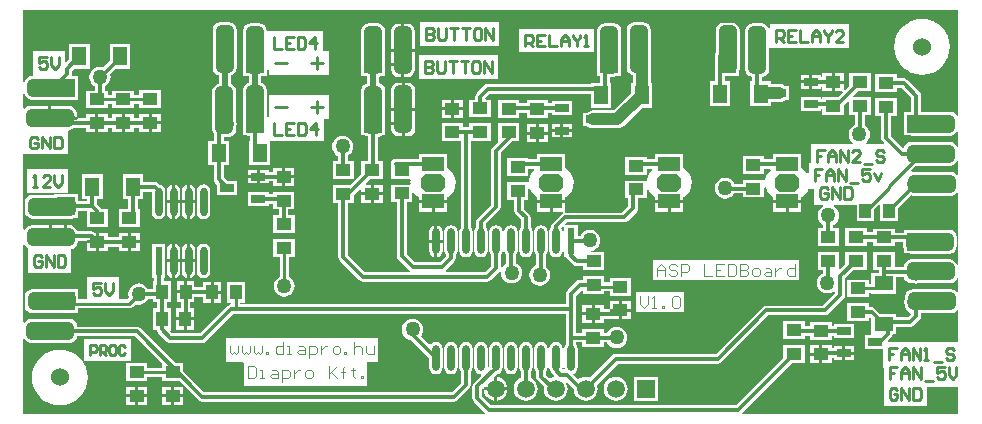
<source format=gtl>
%FSLAX25Y25*%
%MOIN*%
G70*
G01*
G75*
G04 Layer_Physical_Order=1*
G04 Layer_Color=255*
%ADD10R,0.04921X0.06299*%
%ADD11R,0.05118X0.03937*%
%ADD12R,0.03937X0.05118*%
%ADD13R,0.07284X0.04724*%
%ADD14O,0.02362X0.08661*%
%ADD15R,0.02362X0.08661*%
%ADD16R,0.04724X0.02559*%
%ADD17R,0.02362X0.09449*%
%ADD18O,0.02362X0.09449*%
%ADD19R,0.06299X0.04921*%
G04:AMPARAMS|DCode=20|XSize=157.48mil|YSize=59.06mil|CornerRadius=14.76mil|HoleSize=0mil|Usage=FLASHONLY|Rotation=0.000|XOffset=0mil|YOffset=0mil|HoleType=Round|Shape=RoundedRectangle|*
%AMROUNDEDRECTD20*
21,1,0.15748,0.02953,0,0,0.0*
21,1,0.12795,0.05906,0,0,0.0*
1,1,0.02953,0.06398,-0.01476*
1,1,0.02953,-0.06398,-0.01476*
1,1,0.02953,-0.06398,0.01476*
1,1,0.02953,0.06398,0.01476*
%
%ADD20ROUNDEDRECTD20*%
G04:AMPARAMS|DCode=21|XSize=157.48mil|YSize=59.06mil|CornerRadius=14.76mil|HoleSize=0mil|Usage=FLASHONLY|Rotation=90.000|XOffset=0mil|YOffset=0mil|HoleType=Round|Shape=RoundedRectangle|*
%AMROUNDEDRECTD21*
21,1,0.15748,0.02953,0,0,90.0*
21,1,0.12795,0.05906,0,0,90.0*
1,1,0.02953,0.01476,0.06398*
1,1,0.02953,0.01476,-0.06398*
1,1,0.02953,-0.01476,-0.06398*
1,1,0.02953,-0.01476,0.06398*
%
%ADD21ROUNDEDRECTD21*%
%ADD22C,0.01000*%
%ADD23C,0.01200*%
%ADD24C,0.02000*%
%ADD25C,0.03937*%
%ADD26C,0.00394*%
G04:AMPARAMS|DCode=27|XSize=78.74mil|YSize=60mil|CornerRadius=0mil|HoleSize=0mil|Usage=FLASHONLY|Rotation=0.000|XOffset=0mil|YOffset=0mil|HoleType=Round|Shape=Octagon|*
%AMOCTAGOND27*
4,1,8,0.03937,-0.01500,0.03937,0.01500,0.02437,0.03000,-0.02437,0.03000,-0.03937,0.01500,-0.03937,-0.01500,-0.02437,-0.03000,0.02437,-0.03000,0.03937,-0.01500,0.0*
%
%ADD27OCTAGOND27*%

%ADD28R,0.05906X0.05906*%
%ADD29C,0.05906*%
%ADD30R,0.05906X0.05906*%
%ADD31C,0.06000*%
%ADD32C,0.05000*%
G36*
X-1631Y210603D02*
Y200136D01*
X-24904D01*
X-25095Y200598D01*
X-24047Y201646D01*
X-23693Y202176D01*
X-23599Y202648D01*
X-22350D01*
Y205033D01*
X-17936D01*
X-17312Y205157D01*
X-16782Y205510D01*
X-16782Y205510D01*
X-16782Y205510D01*
X-14594Y207698D01*
X-14241Y208228D01*
X-14117Y208852D01*
X-14117Y208852D01*
Y209699D01*
X-4102D01*
X-3136Y209891D01*
X-2317Y210438D01*
X-2110Y210748D01*
X-1631Y210603D01*
D02*
G37*
G36*
Y275548D02*
X-2110Y275403D01*
X-2617Y276162D01*
X-3436Y276709D01*
X-4402Y276901D01*
X-14117D01*
Y282248D01*
X-14241Y282872D01*
X-14594Y283402D01*
X-18783Y287591D01*
X-19313Y287944D01*
X-19937Y288068D01*
X-22241D01*
Y289405D01*
X-29359D01*
Y283469D01*
X-22241D01*
Y284806D01*
X-20613D01*
X-17379Y281572D01*
Y276878D01*
X-19701D01*
Y274486D01*
X-19723Y274376D01*
Y271424D01*
X-19701Y271314D01*
Y268972D01*
X-17568D01*
X-17198Y268899D01*
X-4402D01*
X-3436Y269091D01*
X-2617Y269638D01*
X-2110Y270397D01*
X-1631Y270252D01*
Y265087D01*
X-2129Y265038D01*
X-2170Y265243D01*
X-2717Y266062D01*
X-3536Y266609D01*
X-4502Y266801D01*
X-14907D01*
X-15748Y266912D01*
X-16590Y266801D01*
X-17298D01*
X-18264Y266609D01*
X-19083Y266062D01*
X-19630Y265243D01*
X-19692Y264930D01*
X-20171Y264785D01*
X-24169Y268783D01*
Y275594D01*
X-22241D01*
Y281532D01*
X-29359D01*
Y275594D01*
X-27431D01*
Y268107D01*
X-27307Y267483D01*
X-26954Y266953D01*
X-26533Y266533D01*
X-26725Y266072D01*
X-32380D01*
X-32541Y266545D01*
X-32204Y266804D01*
X-31643Y267535D01*
X-31290Y268386D01*
X-31170Y269300D01*
X-31290Y270214D01*
X-31643Y271065D01*
X-32204Y271796D01*
X-32869Y272306D01*
Y275795D01*
X-30941D01*
Y281732D01*
X-36445D01*
X-36636Y282193D01*
X-35161Y283668D01*
X-30941D01*
Y289605D01*
X-38059D01*
Y285385D01*
X-39379Y284065D01*
X-39841Y284256D01*
Y286237D01*
X-42900D01*
Y283769D01*
X-40329D01*
X-40137Y283307D01*
X-41613Y281832D01*
X-46959D01*
Y280991D01*
X-47513D01*
Y281639D01*
X-54238D01*
Y277080D01*
X-47513D01*
Y277729D01*
X-46959D01*
Y275894D01*
X-39841D01*
Y278989D01*
X-38521Y280309D01*
X-38059Y280118D01*
Y275795D01*
X-36131D01*
Y272496D01*
X-36465Y272357D01*
X-37196Y271796D01*
X-37757Y271065D01*
X-38110Y270214D01*
X-38230Y269300D01*
X-38110Y268386D01*
X-37757Y267535D01*
X-37196Y266804D01*
X-36859Y266545D01*
X-37020Y266072D01*
X-50900D01*
Y259636D01*
X-51600D01*
Y256494D01*
X-52073Y256331D01*
X-52799Y257254D01*
X-53965Y258126D01*
X-54020Y258148D01*
Y262902D01*
X-63303D01*
Y261171D01*
X-66441D01*
Y262105D01*
X-73559D01*
Y256169D01*
X-66441D01*
Y257908D01*
X-64370D01*
X-64206Y257435D01*
X-64620Y257110D01*
X-65492Y255944D01*
X-66032Y254593D01*
X-66075Y254232D01*
X-66441D01*
X-66441D01*
X-66452Y254232D01*
X-66452Y254232D01*
X-66452Y254232D01*
X-73559D01*
Y252894D01*
X-76231D01*
X-76343Y253165D01*
X-76904Y253896D01*
X-77635Y254457D01*
X-78486Y254810D01*
X-79400Y254930D01*
X-80314Y254810D01*
X-81165Y254457D01*
X-81896Y253896D01*
X-82457Y253165D01*
X-82810Y252314D01*
X-82930Y251400D01*
X-82810Y250486D01*
X-82457Y249635D01*
X-81896Y248904D01*
X-81165Y248343D01*
X-80314Y247990D01*
X-79400Y247870D01*
X-78486Y247990D01*
X-77635Y248343D01*
X-76904Y248904D01*
X-76345Y249632D01*
X-73559D01*
Y248294D01*
X-66441D01*
Y251500D01*
X-65951Y251600D01*
X-65424Y250370D01*
X-64524Y249226D01*
X-63358Y248354D01*
X-63303Y248332D01*
Y247441D01*
X-54020D01*
Y248396D01*
X-53847Y248470D01*
X-52703Y249370D01*
X-51831Y250536D01*
X-51626Y251049D01*
X-51600Y251044D01*
Y251044D01*
X-51600Y251044D01*
X-49700D01*
Y245900D01*
X-46736D01*
X-46639Y245410D01*
X-46765Y245357D01*
X-47496Y244796D01*
X-48057Y244065D01*
X-48410Y243214D01*
X-48530Y242300D01*
X-48410Y241386D01*
X-48057Y240535D01*
X-47496Y239804D01*
X-46765Y239243D01*
X-46631Y239187D01*
Y238005D01*
X-48559D01*
Y232068D01*
X-41441D01*
Y238005D01*
X-43369D01*
Y239187D01*
X-43235Y239243D01*
X-42504Y239804D01*
X-41943Y240535D01*
X-41590Y241386D01*
X-41470Y242300D01*
X-41590Y243214D01*
X-41943Y244065D01*
X-42504Y244796D01*
X-43235Y245357D01*
X-43361Y245410D01*
X-43264Y245900D01*
X-35605D01*
Y240341D01*
X-29669D01*
Y244389D01*
X-28193Y245864D01*
X-27731Y245672D01*
Y240341D01*
X-21794D01*
Y244561D01*
X-17364Y248992D01*
X-16898Y248899D01*
X-4102D01*
X-3136Y249091D01*
X-2317Y249638D01*
X-2110Y249948D01*
X-1631Y249803D01*
Y225887D01*
X-2129Y225838D01*
X-2170Y226043D01*
X-2717Y226862D01*
X-3536Y227409D01*
X-4502Y227601D01*
X-17298D01*
X-18264Y227409D01*
X-19083Y226862D01*
X-19630Y226043D01*
X-19801Y225186D01*
X-22841D01*
Y230031D01*
X-29959D01*
Y224095D01*
X-28131D01*
Y224010D01*
Y223152D01*
X-30650D01*
Y219466D01*
X-31541D01*
Y220905D01*
X-38659D01*
Y214968D01*
X-31541D01*
Y216408D01*
X-30650D01*
Y216231D01*
X-22350D01*
Y221924D01*
X-19783D01*
X-19630Y221157D01*
X-19083Y220338D01*
X-18264Y219791D01*
X-17298Y219599D01*
X-15980D01*
X-15748Y219568D01*
X-15517Y219599D01*
X-4502D01*
X-3536Y219791D01*
X-2717Y220338D01*
X-2170Y221157D01*
X-2129Y221362D01*
X-1631Y221313D01*
Y216797D01*
X-2110Y216652D01*
X-2317Y216962D01*
X-3136Y217509D01*
X-4102Y217701D01*
X-16898D01*
X-17864Y217509D01*
X-18683Y216962D01*
X-19230Y216143D01*
X-19422Y215176D01*
Y215013D01*
X-19599Y214587D01*
X-19735Y213555D01*
X-19599Y212523D01*
X-19374Y211980D01*
X-19230Y211257D01*
X-18683Y210438D01*
X-17864Y209891D01*
X-17677Y209854D01*
X-17532Y209375D01*
X-18612Y208295D01*
X-22350D01*
Y209569D01*
X-27654D01*
X-29301Y211216D01*
X-29830Y211570D01*
X-30454Y211694D01*
X-31541D01*
Y213032D01*
X-38659D01*
Y207095D01*
X-31541D01*
Y208189D01*
X-31079Y208381D01*
X-30650Y207951D01*
Y202648D01*
D01*
Y202648D01*
X-30918Y202379D01*
X-32738D01*
Y197820D01*
X-26800D01*
Y191544D01*
X-26600D01*
Y185044D01*
Y178900D01*
X-12105D01*
Y185044D01*
X-1631D01*
Y176131D01*
X-73571D01*
X-73763Y176593D01*
X-57161Y193194D01*
X-52941D01*
Y199132D01*
X-60059D01*
Y194911D01*
X-75939Y179031D01*
X-157324D01*
X-160369Y182076D01*
Y184337D01*
X-159870Y184370D01*
X-159887Y184500D01*
X-159821Y185000D01*
X-156400D01*
Y188421D01*
X-155900Y188487D01*
X-156100Y188893D01*
X-155569Y189424D01*
X-154949Y189547D01*
X-154227Y190029D01*
X-153745Y190751D01*
X-153576Y191602D01*
Y197901D01*
X-153745Y198752D01*
X-154227Y199473D01*
X-154949Y199955D01*
X-155800Y200125D01*
X-156651Y199955D01*
X-157372Y199473D01*
X-157854Y198752D01*
X-158024Y197901D01*
Y191905D01*
X-158440Y191628D01*
X-158576Y191684D01*
Y197901D01*
X-158746Y198752D01*
X-159228Y199473D01*
X-159949Y199955D01*
X-160800Y200125D01*
X-161651Y199955D01*
X-162373Y199473D01*
X-162855Y198752D01*
X-163024Y197901D01*
Y191602D01*
X-162855Y190751D01*
X-162373Y190029D01*
X-161651Y189547D01*
X-160844Y189386D01*
X-160699Y188908D01*
X-163154Y186453D01*
X-163507Y185924D01*
X-163631Y185300D01*
Y181400D01*
X-163631Y181400D01*
X-163631D01*
X-163507Y180776D01*
X-163154Y180246D01*
X-159500Y176593D01*
X-159692Y176131D01*
X-313329D01*
Y200944D01*
X-312851Y201089D01*
X-312483Y200538D01*
X-311664Y199991D01*
X-310698Y199799D01*
X-297902D01*
X-296936Y199991D01*
X-296117Y200538D01*
X-295570Y201357D01*
X-295448Y201969D01*
X-276176D01*
X-267159Y192952D01*
Y191566D01*
X-272041D01*
Y193006D01*
X-279159D01*
Y187068D01*
X-272041D01*
Y188508D01*
X-267159D01*
Y187068D01*
X-261276D01*
X-254854Y180647D01*
X-254854D01*
X-254854Y180647D01*
X-254854Y180646D01*
Y180647D01*
X-254324Y180293D01*
X-253700Y180169D01*
X-169800D01*
X-169176Y180293D01*
X-168647Y180647D01*
X-164646Y184646D01*
X-164293Y185176D01*
X-164169Y185800D01*
Y190117D01*
X-163745Y190751D01*
X-163576Y191602D01*
Y197901D01*
X-163745Y198752D01*
X-164227Y199473D01*
X-164949Y199955D01*
X-165800Y200125D01*
X-166651Y199955D01*
X-167373Y199473D01*
X-167854Y198752D01*
X-168024Y197901D01*
Y191602D01*
X-167854Y190751D01*
X-167431Y190117D01*
Y186476D01*
X-170476Y183431D01*
X-253024D01*
X-260041Y190448D01*
Y193006D01*
X-262598D01*
X-274346Y204753D01*
X-274876Y205107D01*
X-275500Y205231D01*
X-295377D01*
Y205276D01*
X-295570Y206243D01*
X-296117Y207062D01*
X-296936Y207609D01*
X-297902Y207801D01*
X-298790D01*
X-299213Y207857D01*
X-299635Y207801D01*
X-310698D01*
X-311664Y207609D01*
X-312483Y207062D01*
X-312851Y206511D01*
X-313329Y206656D01*
Y232293D01*
X-312851Y232438D01*
X-312383Y231738D01*
X-311800Y231349D01*
X-311800Y230936D01*
Y230936D01*
X-311800Y230844D01*
X-311800Y230844D01*
X-311800D01*
Y223000D01*
X-297305D01*
Y230704D01*
X-297305Y230704D01*
D01*
D01*
D01*
X-297305Y230936D01*
D01*
Y230936D01*
X-297305Y231098D01*
X-296836Y231191D01*
X-296017Y231738D01*
X-295470Y232557D01*
X-295278Y233524D01*
Y233735D01*
X-292259D01*
Y233963D01*
X-289200D01*
Y236432D01*
X-289391D01*
X-289450Y236520D01*
X-289979Y236873D01*
X-290603Y236998D01*
X-295381D01*
X-295470Y237443D01*
X-296017Y238262D01*
X-296836Y238809D01*
X-297528Y238947D01*
X-298181Y239217D01*
X-298713Y239287D01*
Y235365D01*
X-299713D01*
Y239287D01*
X-300244Y239217D01*
X-300766Y239001D01*
X-303700D01*
Y234999D01*
X-304700D01*
Y239001D01*
X-310598D01*
X-311564Y238809D01*
X-312383Y238262D01*
X-312851Y237562D01*
X-313329Y237707D01*
Y262600D01*
X-313329D01*
X-313000D01*
X-312976Y262600D01*
X-312976Y262600D01*
Y262600D01*
X-298505D01*
Y270463D01*
X-298505D01*
X-298505Y270463D01*
X-298505Y270536D01*
X-298242Y270799D01*
X-298102D01*
X-297136Y270991D01*
X-296477Y271432D01*
X-292359D01*
Y270094D01*
X-289300D01*
Y273062D01*
Y276031D01*
X-292359D01*
Y274694D01*
X-295189D01*
X-295226Y274736D01*
X-295291Y274236D01*
X-299214D01*
Y275236D01*
X-295292D01*
X-295362Y275768D01*
X-295582Y276301D01*
X-295770Y277243D01*
X-296317Y278062D01*
X-297136Y278609D01*
X-298102Y278801D01*
X-304000D01*
Y274799D01*
X-305000D01*
Y278801D01*
X-310898D01*
X-311864Y278609D01*
X-312683Y278062D01*
X-312851Y277811D01*
X-313329Y277956D01*
Y282818D01*
X-312832Y282867D01*
X-312730Y282357D01*
X-312183Y281538D01*
X-311364Y280991D01*
X-310398Y280799D01*
X-303165D01*
Y280784D01*
X-295260D01*
Y282407D01*
X-295077Y283324D01*
Y286276D01*
X-295260Y287193D01*
Y288689D01*
X-296944D01*
X-297261Y289075D01*
X-297209Y289337D01*
Y290575D01*
X-296534Y291250D01*
X-291231D01*
Y299550D01*
X-298152D01*
Y294247D01*
X-298978Y293420D01*
X-299440Y293611D01*
Y296936D01*
X-310000D01*
Y289000D01*
D01*
Y289000D01*
X-310199Y288801D01*
X-310398D01*
X-311364Y288609D01*
X-312183Y288062D01*
X-312730Y287243D01*
X-312832Y286733D01*
X-313329Y286782D01*
Y310664D01*
X-1631D01*
Y275548D01*
D02*
G37*
G36*
Y260513D02*
Y255997D01*
X-2110Y255852D01*
X-2317Y256162D01*
X-3136Y256709D01*
X-4102Y256901D01*
X-15666D01*
X-15748Y256912D01*
X-15830Y256901D01*
X-16898D01*
X-17151Y256851D01*
X-17387Y257292D01*
X-15880Y258799D01*
X-4502D01*
X-3536Y258991D01*
X-2717Y259538D01*
X-2170Y260357D01*
X-2129Y260562D01*
X-1631Y260513D01*
D02*
G37*
%LPC*%
G36*
X-263750Y226658D02*
X-265474D01*
Y223614D01*
X-265305Y222763D01*
X-264823Y222042D01*
X-264101Y221560D01*
X-263750Y221490D01*
Y226658D01*
D02*
G37*
G36*
X-261026D02*
X-262750D01*
Y221490D01*
X-262399Y221560D01*
X-261678Y222042D01*
X-261195Y222763D01*
X-261026Y223614D01*
Y226658D01*
D02*
G37*
G36*
X-263750Y232825D02*
X-264101Y232755D01*
X-264823Y232273D01*
X-265305Y231552D01*
X-265474Y230701D01*
Y227658D01*
X-263750D01*
Y232825D01*
D02*
G37*
G36*
X-262750D02*
Y227658D01*
X-261026D01*
Y230701D01*
X-261195Y231552D01*
X-261678Y232273D01*
X-262399Y232755D01*
X-262750Y232825D01*
D02*
G37*
G36*
X-258750Y226658D02*
X-260474D01*
Y223614D01*
X-260305Y222763D01*
X-259823Y222042D01*
X-259101Y221560D01*
X-258750Y221490D01*
Y226658D01*
D02*
G37*
G36*
X-256026D02*
X-257750D01*
Y221490D01*
X-257399Y221560D01*
X-256678Y222042D01*
X-256195Y222763D01*
X-256026Y223614D01*
Y226658D01*
D02*
G37*
G36*
X-253250Y232925D02*
X-254101Y232755D01*
X-254822Y232273D01*
X-255305Y231552D01*
X-255474Y230701D01*
Y223614D01*
X-255305Y222763D01*
X-254822Y222042D01*
X-254101Y221560D01*
X-253250Y221390D01*
X-252399Y221560D01*
X-251677Y222042D01*
X-251195Y222763D01*
X-251026Y223614D01*
Y230701D01*
X-251195Y231552D01*
X-251677Y232273D01*
X-252399Y232755D01*
X-253250Y232925D01*
D02*
G37*
G36*
X-222841Y234432D02*
X-229959D01*
Y228495D01*
X-227929D01*
Y221855D01*
X-228165Y221757D01*
X-228896Y221196D01*
X-229457Y220465D01*
X-229810Y219614D01*
X-229930Y218700D01*
X-229810Y217786D01*
X-229457Y216935D01*
X-228896Y216204D01*
X-228165Y215643D01*
X-227314Y215290D01*
X-226400Y215170D01*
X-225486Y215290D01*
X-224635Y215643D01*
X-223904Y216204D01*
X-223343Y216935D01*
X-222990Y217786D01*
X-222870Y218700D01*
X-222990Y219614D01*
X-223343Y220465D01*
X-223904Y221196D01*
X-224635Y221757D01*
X-224871Y221855D01*
Y228495D01*
X-222841D01*
Y234432D01*
D02*
G37*
G36*
X-247468Y220259D02*
X-249937D01*
Y217200D01*
X-247468D01*
Y220259D01*
D02*
G37*
G36*
X-256294Y220459D02*
X-258763D01*
Y216899D01*
X-259262D01*
Y216400D01*
X-262231D01*
Y213341D01*
X-260894D01*
Y211359D01*
X-262332D01*
Y208300D01*
X-256395D01*
Y211359D01*
X-257632D01*
Y213341D01*
X-256294D01*
Y215069D01*
X-253405D01*
Y213141D01*
X-250937D01*
Y216699D01*
Y220259D01*
X-253405D01*
Y218331D01*
X-256294D01*
Y220459D01*
D02*
G37*
G36*
X-247468Y216200D02*
X-249937D01*
Y213141D01*
X-247468D01*
Y216200D01*
D02*
G37*
G36*
X-140800Y239022D02*
X-141651Y238853D01*
X-142373Y238371D01*
X-142854Y237649D01*
X-143024Y236798D01*
Y230499D01*
X-142854Y229648D01*
X-142431Y229015D01*
Y225678D01*
X-142965Y225457D01*
X-143696Y224896D01*
X-144257Y224165D01*
X-144610Y223314D01*
X-144730Y222400D01*
X-144610Y221486D01*
X-144257Y220635D01*
X-143696Y219904D01*
X-142965Y219343D01*
X-142114Y218990D01*
X-141200Y218870D01*
X-140286Y218990D01*
X-139435Y219343D01*
X-138704Y219904D01*
X-138143Y220635D01*
X-137790Y221486D01*
X-137670Y222400D01*
X-137790Y223314D01*
X-138143Y224165D01*
X-138704Y224896D01*
X-139169Y225253D01*
Y229015D01*
X-138745Y229648D01*
X-138576Y230499D01*
Y236798D01*
X-138745Y237649D01*
X-139227Y238371D01*
X-139949Y238853D01*
X-140800Y239022D01*
D02*
G37*
G36*
X-54723Y227401D02*
X-103428D01*
Y220678D01*
X-54723D01*
Y227401D01*
D02*
G37*
G36*
X-259763Y220459D02*
X-262231D01*
Y217400D01*
X-259763D01*
Y220459D01*
D02*
G37*
G36*
X-266069Y232882D02*
X-270431D01*
Y221433D01*
X-269881D01*
Y220459D01*
X-270106D01*
Y217731D01*
X-271687D01*
X-271743Y217865D01*
X-272304Y218596D01*
X-273035Y219157D01*
X-273886Y219510D01*
X-274800Y219630D01*
X-275714Y219510D01*
X-276565Y219157D01*
X-277296Y218596D01*
X-277857Y217865D01*
X-278210Y217014D01*
X-278330Y216100D01*
X-278210Y215186D01*
X-278112Y214951D01*
X-278633Y214429D01*
X-281440D01*
Y221836D01*
X-292000D01*
Y214429D01*
X-294977D01*
Y215176D01*
X-295170Y216143D01*
X-295260Y216278D01*
Y217823D01*
X-303165D01*
Y217701D01*
X-310298D01*
X-311264Y217509D01*
X-312083Y216962D01*
X-312630Y216143D01*
X-312823Y215176D01*
Y212224D01*
X-312630Y211257D01*
X-312083Y210438D01*
X-311264Y209891D01*
X-310298Y209699D01*
X-297502D01*
X-296536Y209891D01*
X-296497Y209917D01*
X-295260D01*
Y211122D01*
X-295170Y211257D01*
X-295147Y211371D01*
X-278000D01*
X-277415Y211487D01*
X-276919Y211819D01*
X-276919Y211819D01*
X-276919Y211819D01*
X-275949Y212788D01*
X-275714Y212690D01*
X-274800Y212570D01*
X-273886Y212690D01*
X-273035Y213043D01*
X-272304Y213604D01*
X-271743Y214335D01*
X-271687Y214469D01*
X-270106D01*
Y213341D01*
X-268868D01*
Y211359D01*
X-270205D01*
Y204241D01*
X-268849D01*
X-268744Y203713D01*
X-268390Y203184D01*
X-265454Y200247D01*
X-264924Y199893D01*
X-264300Y199769D01*
X-253700D01*
X-253076Y199893D01*
X-252547Y200247D01*
X-252547Y200247D01*
X-252547Y200247D01*
X-243424Y209369D01*
X-132431D01*
Y201000D01*
Y199385D01*
X-132854Y198752D01*
X-133024Y197901D01*
Y191602D01*
X-132928Y191118D01*
X-133050Y190969D01*
X-133550D01*
X-133672Y191118D01*
X-133576Y191602D01*
Y197901D01*
X-133746Y198752D01*
X-134228Y199473D01*
X-134949Y199955D01*
X-135800Y200125D01*
X-136651Y199955D01*
X-137373Y199473D01*
X-137855Y198752D01*
X-138024Y197901D01*
Y191602D01*
X-137855Y190751D01*
X-137373Y190029D01*
X-137309Y189987D01*
X-137307Y189976D01*
X-136953Y189446D01*
X-136383Y188876D01*
X-136543Y188402D01*
X-136932Y188351D01*
X-137893Y187953D01*
X-137923Y187930D01*
X-139169Y189176D01*
Y190117D01*
X-138745Y190751D01*
X-138576Y191602D01*
Y197901D01*
X-138745Y198752D01*
X-139227Y199473D01*
X-139949Y199955D01*
X-140800Y200125D01*
X-141651Y199955D01*
X-142373Y199473D01*
X-142854Y198752D01*
X-143024Y197901D01*
Y191602D01*
X-142854Y190751D01*
X-142431Y190117D01*
Y188500D01*
X-142431Y188500D01*
X-142431D01*
X-142307Y187876D01*
X-141954Y187346D01*
X-139796Y185189D01*
X-139887Y184500D01*
X-139751Y183468D01*
X-139353Y182507D01*
X-138719Y181681D01*
X-137893Y181047D01*
X-136932Y180649D01*
X-135900Y180513D01*
X-134868Y180649D01*
X-133907Y181047D01*
X-133081Y181681D01*
X-132447Y182507D01*
X-132049Y183468D01*
X-131913Y184500D01*
X-132049Y185532D01*
X-132414Y186414D01*
X-131999Y186691D01*
X-129878Y184571D01*
X-129887Y184500D01*
X-129751Y183468D01*
X-129353Y182507D01*
X-128719Y181681D01*
X-127893Y181047D01*
X-126932Y180649D01*
X-125900Y180513D01*
X-124868Y180649D01*
X-123907Y181047D01*
X-123081Y181681D01*
X-122447Y182507D01*
X-122049Y183468D01*
X-121913Y184500D01*
X-122049Y185532D01*
X-122199Y185894D01*
X-115224Y192869D01*
X-81800D01*
X-81176Y192993D01*
X-80647Y193347D01*
X-65024Y208969D01*
X-46200D01*
X-45576Y209093D01*
X-45046Y209447D01*
X-39847Y214647D01*
X-39493Y215176D01*
X-39369Y215800D01*
X-39369Y215800D01*
X-39369Y215800D01*
Y215800D01*
Y221287D01*
X-36461Y224195D01*
X-32241D01*
Y230132D01*
X-39359D01*
Y225911D01*
X-40979Y224291D01*
X-41329Y224436D01*
X-41329Y224436D01*
X-41441Y224482D01*
Y230132D01*
X-48559D01*
Y224195D01*
X-46631D01*
Y223037D01*
X-47065Y222857D01*
X-47796Y222296D01*
X-48357Y221565D01*
X-48710Y220714D01*
X-48830Y219800D01*
X-48710Y218886D01*
X-48357Y218035D01*
X-47796Y217304D01*
X-47065Y216743D01*
X-46214Y216390D01*
X-45300Y216270D01*
X-44386Y216390D01*
X-43535Y216743D01*
X-43080Y217092D01*
X-42752Y216930D01*
X-42670Y216437D01*
X-46876Y212231D01*
X-65700D01*
X-66324Y212107D01*
X-66853Y211754D01*
X-82476Y196131D01*
X-115900D01*
X-115900Y196131D01*
X-116524Y196007D01*
X-117053Y195653D01*
X-124506Y188201D01*
X-124868Y188351D01*
X-125900Y188487D01*
X-126932Y188351D01*
X-127893Y187953D01*
X-128319Y187626D01*
X-130017Y189324D01*
X-129949Y189547D01*
X-129227Y190029D01*
X-128745Y190751D01*
X-128576Y191602D01*
Y197901D01*
X-128745Y198752D01*
X-129169Y199385D01*
Y199932D01*
X-126959D01*
Y198594D01*
X-119841D01*
Y199932D01*
X-118697D01*
X-118657Y199835D01*
X-118096Y199104D01*
X-117365Y198543D01*
X-116514Y198190D01*
X-115600Y198070D01*
X-114686Y198190D01*
X-113835Y198543D01*
X-113104Y199104D01*
X-112543Y199835D01*
X-112190Y200686D01*
X-112070Y201600D01*
X-112190Y202514D01*
X-112543Y203365D01*
X-113104Y204096D01*
X-113835Y204657D01*
X-114686Y205010D01*
X-115600Y205130D01*
X-116514Y205010D01*
X-117365Y204657D01*
X-118096Y204096D01*
X-118657Y203365D01*
X-118728Y203194D01*
X-119841D01*
Y204532D01*
X-126959D01*
Y203194D01*
X-129169D01*
Y211000D01*
Y215524D01*
X-127221Y217472D01*
X-126759Y217281D01*
Y216195D01*
X-119641D01*
Y217008D01*
X-117859D01*
Y215568D01*
X-110741D01*
Y221505D01*
X-117859D01*
Y220066D01*
X-119641D01*
Y222131D01*
X-126759D01*
Y220794D01*
X-127837D01*
X-128461Y220670D01*
X-128991Y220317D01*
X-131954Y217354D01*
X-132307Y216824D01*
X-132431Y216200D01*
Y212631D01*
X-241034D01*
Y213141D01*
X-239595D01*
Y220259D01*
X-245532D01*
Y213141D01*
X-244092D01*
Y212631D01*
X-244100D01*
X-244724Y212507D01*
X-245253Y212154D01*
X-254376Y203031D01*
X-263624D01*
X-264434Y203841D01*
X-264268Y204241D01*
X-264268D01*
X-264268Y204241D01*
Y211359D01*
X-265606D01*
Y213341D01*
X-264169D01*
Y220459D01*
X-266619D01*
Y221433D01*
X-266069D01*
Y232882D01*
D02*
G37*
G36*
X-278500Y236432D02*
X-281559D01*
Y235094D01*
X-285141D01*
Y236432D01*
X-288200D01*
Y233462D01*
Y230494D01*
X-285141D01*
Y231832D01*
X-281559D01*
Y230494D01*
X-278500D01*
Y233462D01*
Y236432D01*
D02*
G37*
G36*
X-273348Y255950D02*
X-280269D01*
Y247650D01*
X-278440D01*
Y244305D01*
X-281559D01*
Y238369D01*
X-274441D01*
Y244305D01*
X-275177D01*
Y247650D01*
X-273348D01*
Y250169D01*
X-270474D01*
Y243299D01*
X-270305Y242448D01*
X-269823Y241727D01*
X-269101Y241245D01*
X-268250Y241075D01*
X-267399Y241245D01*
X-266677Y241727D01*
X-266195Y242448D01*
X-266026Y243299D01*
Y250386D01*
X-266195Y251237D01*
X-266677Y251958D01*
X-267399Y252440D01*
X-268066Y252573D01*
X-268446Y252954D01*
X-268976Y253307D01*
X-269600Y253431D01*
X-273348D01*
Y255950D01*
D02*
G37*
G36*
X-176300Y238923D02*
X-176651Y238853D01*
X-177373Y238371D01*
X-177855Y237649D01*
X-178024Y236798D01*
Y234149D01*
X-176300D01*
Y238923D01*
D02*
G37*
G36*
X-175300D02*
Y234149D01*
X-173576D01*
Y236798D01*
X-173746Y237649D01*
X-174227Y238371D01*
X-174949Y238853D01*
X-175300Y238923D01*
D02*
G37*
G36*
X-253250Y252610D02*
X-254101Y252440D01*
X-254822Y251958D01*
X-255305Y251237D01*
X-255474Y250386D01*
Y243299D01*
X-255305Y242448D01*
X-254822Y241727D01*
X-254101Y241245D01*
X-253250Y241075D01*
X-252399Y241245D01*
X-251677Y241727D01*
X-251195Y242448D01*
X-251026Y243299D01*
Y250386D01*
X-251195Y251237D01*
X-251677Y251958D01*
X-252399Y252440D01*
X-253250Y252610D01*
D02*
G37*
G36*
X-258750Y246342D02*
X-260474D01*
Y243299D01*
X-260305Y242448D01*
X-259823Y241727D01*
X-259101Y241245D01*
X-258750Y241175D01*
Y246342D01*
D02*
G37*
G36*
X-256026D02*
X-257750D01*
Y241175D01*
X-257399Y241245D01*
X-256678Y241727D01*
X-256195Y242448D01*
X-256026Y243299D01*
Y246342D01*
D02*
G37*
G36*
X-263750D02*
X-265474D01*
Y243299D01*
X-265305Y242448D01*
X-264823Y241727D01*
X-264101Y241245D01*
X-263750Y241175D01*
Y246342D01*
D02*
G37*
G36*
X-261026D02*
X-262750D01*
Y241175D01*
X-262399Y241245D01*
X-261678Y241727D01*
X-261195Y242448D01*
X-261026Y243299D01*
Y246342D01*
D02*
G37*
G36*
X-148041Y272932D02*
X-155159D01*
Y266995D01*
X-155159Y266995D01*
X-155159D01*
X-155116Y266891D01*
X-156954Y265054D01*
X-157307Y264524D01*
X-157431Y263900D01*
Y245776D01*
X-161953Y241253D01*
X-162307Y240724D01*
X-162431Y240100D01*
Y238283D01*
X-162855Y237649D01*
X-163024Y236798D01*
Y230499D01*
X-162855Y229648D01*
X-162373Y228927D01*
X-161651Y228445D01*
X-160800Y228275D01*
X-159949Y228445D01*
X-159228Y228927D01*
X-158746Y229648D01*
X-158576Y230499D01*
Y236798D01*
X-158746Y237649D01*
X-159169Y238283D01*
Y239424D01*
X-154647Y243947D01*
X-154293Y244476D01*
X-154169Y245100D01*
X-154169Y245100D01*
X-154169Y245100D01*
Y245100D01*
Y263224D01*
X-150446Y266947D01*
X-150414Y266995D01*
X-148041D01*
Y272932D01*
D02*
G37*
G36*
X-176300Y233149D02*
X-178024D01*
Y230499D01*
X-177855Y229648D01*
X-177373Y228927D01*
X-176651Y228445D01*
X-176300Y228375D01*
Y233149D01*
D02*
G37*
G36*
X-258750Y232825D02*
X-259101Y232755D01*
X-259823Y232273D01*
X-260305Y231552D01*
X-260474Y230701D01*
Y227658D01*
X-258750D01*
Y232825D01*
D02*
G37*
G36*
X-257750D02*
Y227658D01*
X-256026D01*
Y230701D01*
X-256195Y231552D01*
X-256678Y232273D01*
X-257399Y232755D01*
X-257750Y232825D01*
D02*
G37*
G36*
X-173576Y233149D02*
X-175300D01*
Y228375D01*
X-174949Y228445D01*
X-174227Y228927D01*
X-173746Y229648D01*
X-173576Y230499D01*
Y233149D01*
D02*
G37*
G36*
X-274441Y232963D02*
X-277500D01*
Y230494D01*
X-274441D01*
Y232963D01*
D02*
G37*
G36*
Y236432D02*
X-277500D01*
Y233963D01*
X-274441D01*
Y236432D01*
D02*
G37*
G36*
X-32241Y238005D02*
X-39359D01*
Y232068D01*
X-32241D01*
Y233406D01*
X-29959D01*
Y231968D01*
X-22841D01*
Y233306D01*
X-20022D01*
Y232024D01*
X-19830Y231057D01*
X-19701Y230863D01*
Y229602D01*
X-18019D01*
X-17498Y229499D01*
X-4702D01*
X-3736Y229691D01*
X-2917Y230238D01*
X-2370Y231057D01*
X-2177Y232024D01*
Y234976D01*
X-2370Y235943D01*
X-2917Y236762D01*
X-3736Y237309D01*
X-4702Y237501D01*
X-11795D01*
Y237508D01*
X-19701D01*
Y236568D01*
X-22841D01*
Y237906D01*
X-29959D01*
Y236668D01*
X-32241D01*
Y238005D01*
D02*
G37*
G36*
X-289200Y232963D02*
X-292259D01*
Y230494D01*
X-289200D01*
Y232963D01*
D02*
G37*
G36*
X-110741Y213632D02*
X-113800D01*
Y211163D01*
X-110741D01*
Y213632D01*
D02*
G37*
G36*
X-272041Y185132D02*
X-275100D01*
Y182663D01*
X-272041D01*
Y185132D01*
D02*
G37*
G36*
X-264100D02*
X-267159D01*
Y182663D01*
X-264100D01*
Y185132D01*
D02*
G37*
G36*
X-151979Y184000D02*
X-155400D01*
Y180579D01*
X-154868Y180649D01*
X-153907Y181047D01*
X-153081Y181681D01*
X-152447Y182507D01*
X-152049Y183468D01*
X-151979Y184000D01*
D02*
G37*
G36*
X-276100Y185132D02*
X-279159D01*
Y182663D01*
X-276100D01*
Y185132D01*
D02*
G37*
G36*
X-195090Y201511D02*
X-245762D01*
Y193475D01*
X-240081D01*
X-239728Y193122D01*
Y185366D01*
X-198895D01*
Y193122D01*
X-198895Y193122D01*
D01*
D01*
X-198895Y193401D01*
D01*
X-198820Y193475D01*
X-195090D01*
Y201511D01*
D02*
G37*
G36*
X-183600Y207830D02*
X-184514Y207710D01*
X-185365Y207357D01*
X-186096Y206796D01*
X-186657Y206065D01*
X-187010Y205214D01*
X-187130Y204300D01*
X-187010Y203386D01*
X-186657Y202535D01*
X-186096Y201804D01*
X-185365Y201243D01*
X-184514Y200890D01*
X-184205Y200850D01*
X-178024Y194668D01*
Y191602D01*
X-177855Y190751D01*
X-177373Y190029D01*
X-176651Y189547D01*
X-175800Y189378D01*
X-174949Y189547D01*
X-174227Y190029D01*
X-173746Y190751D01*
X-173576Y191602D01*
Y197901D01*
X-173746Y198752D01*
X-174227Y199473D01*
X-174949Y199955D01*
X-175800Y200125D01*
X-176651Y199955D01*
X-177373Y199473D01*
X-177491Y199296D01*
X-177989Y199247D01*
X-180861Y202120D01*
X-180543Y202535D01*
X-180190Y203386D01*
X-180070Y204300D01*
X-180190Y205214D01*
X-180543Y206065D01*
X-181104Y206796D01*
X-181835Y207357D01*
X-182686Y207710D01*
X-183600Y207830D01*
D02*
G37*
G36*
X-260041Y185132D02*
X-263100D01*
Y182663D01*
X-260041D01*
Y185132D01*
D02*
G37*
G36*
X-155400Y188421D02*
Y185000D01*
X-151979D01*
X-152049Y185532D01*
X-152447Y186493D01*
X-153081Y187319D01*
X-153907Y187953D01*
X-154868Y188351D01*
X-155400Y188421D01*
D02*
G37*
G36*
X-156400Y184000D02*
X-159821D01*
X-159751Y183468D01*
X-159353Y182507D01*
X-158719Y181681D01*
X-157893Y181047D01*
X-156932Y180649D01*
X-156400Y180579D01*
Y184000D01*
D02*
G37*
G36*
X-272041Y181663D02*
X-275100D01*
Y179194D01*
X-272041D01*
Y181663D01*
D02*
G37*
G36*
X-264100D02*
X-267159D01*
Y179194D01*
X-264100D01*
Y181663D01*
D02*
G37*
G36*
X-301181Y197592D02*
X-302998Y197413D01*
X-304745Y196883D01*
X-306355Y196023D01*
X-307766Y194864D01*
X-308924Y193453D01*
X-309785Y191843D01*
X-310315Y190096D01*
X-310494Y188279D01*
X-310315Y186463D01*
X-309785Y184716D01*
X-308924Y183106D01*
X-307766Y181695D01*
X-306355Y180536D01*
X-304745Y179676D01*
X-302998Y179146D01*
X-301181Y178967D01*
X-299364Y179146D01*
X-297617Y179676D01*
X-296007Y180536D01*
X-294596Y181695D01*
X-293438Y183106D01*
X-292577Y184716D01*
X-292048Y186463D01*
X-291869Y188279D01*
X-292048Y190096D01*
X-292577Y191843D01*
X-293438Y193453D01*
X-294596Y194864D01*
X-296007Y196023D01*
X-297617Y196883D01*
X-299364Y197413D01*
X-301181Y197592D01*
D02*
G37*
G36*
X-276100Y181663D02*
X-279159D01*
Y179194D01*
X-276100D01*
Y181663D01*
D02*
G37*
G36*
X-115900Y188487D02*
X-116932Y188351D01*
X-117893Y187953D01*
X-118719Y187319D01*
X-119353Y186493D01*
X-119751Y185532D01*
X-119887Y184500D01*
X-119751Y183468D01*
X-119353Y182507D01*
X-118719Y181681D01*
X-117893Y181047D01*
X-116932Y180649D01*
X-115900Y180513D01*
X-114868Y180649D01*
X-113907Y181047D01*
X-113081Y181681D01*
X-112447Y182507D01*
X-112049Y183468D01*
X-111913Y184500D01*
X-112049Y185532D01*
X-112447Y186493D01*
X-113081Y187319D01*
X-113907Y187953D01*
X-114868Y188351D01*
X-115900Y188487D01*
D02*
G37*
G36*
X-101947Y188453D02*
X-109853D01*
Y180547D01*
X-101947D01*
Y188453D01*
D02*
G37*
G36*
X-260041Y181663D02*
X-263100D01*
Y179194D01*
X-260041D01*
Y181663D01*
D02*
G37*
G36*
X-145800Y200125D02*
X-146651Y199955D01*
X-147372Y199473D01*
X-147854Y198752D01*
X-148024Y197901D01*
Y191602D01*
X-147854Y190751D01*
X-147431Y190117D01*
Y188144D01*
X-147893Y187953D01*
X-148719Y187319D01*
X-149353Y186493D01*
X-149751Y185532D01*
X-149887Y184500D01*
X-149751Y183468D01*
X-149353Y182507D01*
X-148719Y181681D01*
X-147893Y181047D01*
X-146932Y180649D01*
X-145900Y180513D01*
X-144868Y180649D01*
X-143907Y181047D01*
X-143081Y181681D01*
X-142447Y182507D01*
X-142049Y183468D01*
X-141913Y184500D01*
X-142049Y185532D01*
X-142447Y186493D01*
X-143081Y187319D01*
X-143907Y187953D01*
X-144169Y188061D01*
Y190117D01*
X-143746Y190751D01*
X-143576Y191602D01*
Y197901D01*
X-143746Y198752D01*
X-144228Y199473D01*
X-144949Y199955D01*
X-145800Y200125D01*
D02*
G37*
G36*
X-123900Y208937D02*
X-126959D01*
Y206469D01*
X-123900D01*
Y208937D01*
D02*
G37*
G36*
X-119841Y212405D02*
X-122900D01*
Y209436D01*
Y206469D01*
X-119841D01*
Y207806D01*
X-117859D01*
Y207695D01*
X-114800D01*
Y210163D01*
X-117859D01*
Y211068D01*
X-119841D01*
Y212405D01*
D02*
G37*
G36*
X-259863Y207300D02*
X-262332D01*
Y204241D01*
X-259863D01*
Y207300D01*
D02*
G37*
G36*
X-256395D02*
X-258863D01*
Y204241D01*
X-256395D01*
Y207300D01*
D02*
G37*
G36*
X-93121Y216901D02*
X-109028D01*
Y210178D01*
X-93121D01*
Y216901D01*
D02*
G37*
G36*
X-114800Y213632D02*
X-117859D01*
Y211163D01*
X-114800D01*
Y213632D01*
D02*
G37*
G36*
X-110741Y210163D02*
X-113800D01*
Y207695D01*
X-110741D01*
Y210163D01*
D02*
G37*
G36*
X-123900Y212405D02*
X-126959D01*
Y209937D01*
X-123900D01*
Y212405D01*
D02*
G37*
G36*
X-52941Y207006D02*
X-60059D01*
Y201068D01*
X-52941D01*
Y202209D01*
X-51059D01*
Y200869D01*
X-43941D01*
Y202209D01*
X-43187D01*
Y201561D01*
X-36462D01*
Y206120D01*
X-43187D01*
Y205471D01*
X-43941D01*
Y206805D01*
X-51059D01*
Y205471D01*
X-52941D01*
Y207006D01*
D02*
G37*
G36*
X-48000Y195463D02*
X-51059D01*
Y192994D01*
X-48000D01*
Y195463D01*
D02*
G37*
G36*
X-277455Y200949D02*
X-293000D01*
Y193800D01*
X-277455D01*
Y200949D01*
D02*
G37*
G36*
X-170800Y200125D02*
X-171651Y199955D01*
X-172372Y199473D01*
X-172854Y198752D01*
X-173024Y197901D01*
Y191602D01*
X-172854Y190751D01*
X-172372Y190029D01*
X-171651Y189547D01*
X-170800Y189378D01*
X-169949Y189547D01*
X-169228Y190029D01*
X-168746Y190751D01*
X-168576Y191602D01*
Y197901D01*
X-168746Y198752D01*
X-169228Y199473D01*
X-169949Y199955D01*
X-170800Y200125D01*
D02*
G37*
G36*
X-150800D02*
X-151651Y199955D01*
X-152373Y199473D01*
X-152855Y198752D01*
X-153024Y197901D01*
Y191602D01*
X-152855Y190751D01*
X-152373Y190029D01*
X-151651Y189547D01*
X-150800Y189378D01*
X-149949Y189547D01*
X-149227Y190029D01*
X-148746Y190751D01*
X-148576Y191602D01*
Y197901D01*
X-148746Y198752D01*
X-149227Y199473D01*
X-149949Y199955D01*
X-150800Y200125D01*
D02*
G37*
G36*
X-48000Y198932D02*
X-51059D01*
Y196463D01*
X-48000D01*
Y198932D01*
D02*
G37*
G36*
X-36462Y198639D02*
X-39324D01*
Y196860D01*
X-36462D01*
Y198639D01*
D02*
G37*
G36*
X-43941Y198932D02*
X-47000D01*
Y195962D01*
Y192994D01*
X-43941D01*
Y194729D01*
X-43187D01*
Y194080D01*
X-40324D01*
Y196359D01*
Y198639D01*
X-43187D01*
Y197991D01*
X-43941D01*
Y198932D01*
D02*
G37*
G36*
X-36462Y195860D02*
X-39324D01*
Y194080D01*
X-36462D01*
Y195860D01*
D02*
G37*
G36*
X-148041Y280805D02*
X-155159D01*
Y274868D01*
X-148041D01*
Y276409D01*
X-145559D01*
Y274669D01*
X-138441D01*
Y276409D01*
X-137287D01*
Y275761D01*
X-130562D01*
Y280320D01*
X-137287D01*
Y279672D01*
X-138441D01*
Y280606D01*
X-145559D01*
Y279672D01*
X-148041D01*
Y280805D01*
D02*
G37*
G36*
X-187200Y286523D02*
X-188176D01*
X-189143Y286330D01*
X-189962Y285783D01*
X-190509Y284964D01*
X-190701Y283998D01*
Y278100D01*
X-187200D01*
Y286523D01*
D02*
G37*
G36*
X-170800Y277387D02*
X-173859D01*
Y274919D01*
X-170800D01*
Y277387D01*
D02*
G37*
G36*
X-166741D02*
X-169800D01*
Y274919D01*
X-166741D01*
Y277387D01*
D02*
G37*
G36*
Y280855D02*
X-169800D01*
Y278387D01*
X-166741D01*
Y280855D01*
D02*
G37*
G36*
X-77124Y306522D02*
X-80076D01*
X-81043Y306330D01*
X-81862Y305783D01*
X-82409Y304964D01*
X-82601Y303998D01*
Y296563D01*
X-82693D01*
Y290409D01*
X-82723Y290259D01*
Y286950D01*
X-84552D01*
Y278650D01*
X-77631D01*
Y286950D01*
X-79460D01*
Y288657D01*
X-74787D01*
Y290254D01*
X-74599Y291202D01*
Y303998D01*
X-74791Y304964D01*
X-75338Y305783D01*
X-76157Y306330D01*
X-77124Y306522D01*
D02*
G37*
G36*
X-185224Y286523D02*
X-186200D01*
Y278100D01*
X-182699D01*
Y283998D01*
X-182891Y284964D01*
X-183438Y285783D01*
X-184257Y286330D01*
X-185224Y286523D01*
D02*
G37*
G36*
X-170800Y280855D02*
X-173859D01*
Y278387D01*
X-170800D01*
Y280855D01*
D02*
G37*
G36*
X-271600Y276132D02*
X-274659D01*
Y274794D01*
X-276541D01*
Y276031D01*
X-279600D01*
Y273062D01*
Y270094D01*
X-276541D01*
Y271532D01*
X-274659D01*
Y270195D01*
X-271600D01*
Y273162D01*
Y276132D01*
D02*
G37*
G36*
X-130562Y272839D02*
X-133424D01*
Y271060D01*
X-130562D01*
Y272839D01*
D02*
G37*
G36*
X-106675Y306785D02*
X-109627D01*
X-110594Y306593D01*
X-111413Y306046D01*
X-111960Y305227D01*
X-112152Y304261D01*
Y291465D01*
X-111960Y290499D01*
X-111413Y289680D01*
X-110594Y289133D01*
X-110203Y289055D01*
Y286550D01*
X-110669D01*
Y283174D01*
X-116549Y277294D01*
X-123476D01*
X-124250Y277192D01*
X-124973Y276893D01*
X-125381Y276579D01*
X-126838D01*
Y272021D01*
X-125381D01*
X-124973Y271707D01*
X-124250Y271408D01*
X-123476Y271306D01*
X-115309D01*
X-114534Y271408D01*
X-114322Y271496D01*
X-113812Y271707D01*
X-113191Y272183D01*
X-107124Y278250D01*
X-103748D01*
Y286550D01*
X-104215D01*
Y291140D01*
X-104150Y291465D01*
Y292409D01*
X-104123Y292610D01*
X-104150Y292811D01*
Y304261D01*
X-104342Y305227D01*
X-104889Y306046D01*
X-105709Y306593D01*
X-106675Y306785D01*
D02*
G37*
G36*
X-138441Y272731D02*
X-141500D01*
Y270263D01*
X-138441D01*
Y272731D01*
D02*
G37*
G36*
X-134424Y272839D02*
X-137287D01*
Y271060D01*
X-134424D01*
Y272839D01*
D02*
G37*
G36*
X-267541Y276132D02*
X-270600D01*
Y273663D01*
X-267541D01*
Y276132D01*
D02*
G37*
G36*
X-280600Y276031D02*
X-283659D01*
Y274794D01*
X-285241D01*
Y276031D01*
X-288300D01*
Y273062D01*
Y270094D01*
X-285241D01*
Y271532D01*
X-283659D01*
Y270094D01*
X-280600D01*
Y273062D01*
Y276031D01*
D02*
G37*
G36*
X-157541Y273031D02*
X-164659D01*
Y271694D01*
X-166741D01*
Y272982D01*
X-173859D01*
Y267044D01*
X-167531D01*
Y238133D01*
X-167854Y237649D01*
X-168024Y236798D01*
Y230499D01*
X-167854Y229648D01*
X-167373Y228927D01*
X-166651Y228445D01*
X-165800Y228275D01*
X-164949Y228445D01*
X-164227Y228927D01*
X-163745Y229648D01*
X-163576Y230499D01*
Y236798D01*
X-163745Y237649D01*
X-164227Y238371D01*
X-164269Y238398D01*
Y267094D01*
X-157541D01*
Y273031D01*
D02*
G37*
G36*
X-187200Y277100D02*
X-190701D01*
Y273957D01*
X-190701Y273957D01*
X-190771Y273425D01*
X-187200D01*
Y277100D01*
D02*
G37*
G36*
X-277648Y299550D02*
X-284569D01*
Y293794D01*
X-286651Y291712D01*
X-286886Y291810D01*
X-287800Y291930D01*
X-288714Y291810D01*
X-289565Y291457D01*
X-290296Y290896D01*
X-290857Y290165D01*
X-291210Y289314D01*
X-291330Y288400D01*
X-291210Y287486D01*
X-290857Y286635D01*
X-290296Y285904D01*
X-289565Y285343D01*
X-289431Y285287D01*
Y283906D01*
X-292359D01*
Y277969D01*
X-285241D01*
Y279508D01*
X-283659D01*
Y277969D01*
X-276541D01*
Y279508D01*
X-274659D01*
Y278068D01*
X-267541D01*
Y284005D01*
X-274659D01*
Y282566D01*
X-276541D01*
Y283906D01*
X-283659D01*
Y282566D01*
X-285241D01*
Y283906D01*
X-286169D01*
Y285287D01*
X-286035Y285343D01*
X-285304Y285904D01*
X-284743Y286635D01*
X-284390Y287486D01*
X-284270Y288400D01*
X-284390Y289314D01*
X-284488Y289549D01*
X-282787Y291250D01*
X-277648D01*
Y299550D01*
D02*
G37*
G36*
X-187300Y296800D02*
X-190801D01*
Y292885D01*
X-190772Y293110D01*
X-187300D01*
Y296800D01*
D02*
G37*
G36*
X-234624Y306422D02*
X-237576D01*
X-238543Y306230D01*
X-239362Y305683D01*
X-239909Y304864D01*
X-240101Y303898D01*
Y296563D01*
X-240173D01*
Y288657D01*
X-238260D01*
Y286387D01*
X-238543Y286330D01*
X-239362Y285783D01*
X-239909Y284964D01*
X-240101Y283998D01*
Y276878D01*
X-240173D01*
Y268972D01*
X-238696D01*
X-238543Y268870D01*
X-237852Y268732D01*
Y267250D01*
X-238069D01*
Y258950D01*
X-231148D01*
Y267200D01*
X-213269D01*
Y274400D01*
X-211505D01*
Y282398D01*
X-231500D01*
Y275136D01*
X-231700Y275136D01*
Y275136D01*
X-231745D01*
X-232099Y275489D01*
Y283998D01*
X-232291Y284964D01*
X-232838Y285783D01*
X-233657Y286330D01*
X-234181Y286435D01*
Y288657D01*
X-232268D01*
Y290253D01*
X-232099Y291102D01*
X-231954D01*
X-231600Y290749D01*
Y289200D01*
X-211605D01*
Y297198D01*
X-213369D01*
Y303636D01*
X-231745D01*
X-231745Y303636D01*
Y303636D01*
X-231800Y303636D01*
X-231837D01*
X-232099Y303898D01*
X-232291Y304864D01*
X-232838Y305683D01*
X-233657Y306230D01*
X-234624Y306422D01*
D02*
G37*
G36*
X-13780Y307828D02*
X-15596Y307649D01*
X-17343Y307119D01*
X-18953Y306259D01*
X-20365Y305101D01*
X-21523Y303690D01*
X-22383Y302080D01*
X-22913Y300332D01*
X-23092Y298516D01*
X-22913Y296699D01*
X-22383Y294952D01*
X-21523Y293342D01*
X-20365Y291931D01*
X-18953Y290773D01*
X-17343Y289912D01*
X-15596Y289382D01*
X-13780Y289203D01*
X-11963Y289382D01*
X-10216Y289912D01*
X-8606Y290773D01*
X-7195Y291931D01*
X-6036Y293342D01*
X-5176Y294952D01*
X-4646Y296699D01*
X-4467Y298516D01*
X-4646Y300332D01*
X-5176Y302080D01*
X-6036Y303690D01*
X-7195Y305101D01*
X-8606Y306259D01*
X-10216Y307119D01*
X-11963Y307649D01*
X-13780Y307828D01*
D02*
G37*
G36*
X-185324Y306223D02*
X-186300D01*
Y297800D01*
X-182799D01*
Y303698D01*
X-182991Y304664D01*
X-183538Y305483D01*
X-184357Y306030D01*
X-185324Y306223D01*
D02*
G37*
G36*
X-154698Y306636D02*
X-181000D01*
Y298700D01*
X-154698D01*
Y306636D01*
D02*
G37*
G36*
X-123009Y304536D02*
X-148000D01*
Y296600D01*
X-123009D01*
Y304536D01*
D02*
G37*
G36*
X-187300Y306223D02*
X-188276D01*
X-189243Y306030D01*
X-190062Y305483D01*
X-190609Y304664D01*
X-190801Y303698D01*
Y297800D01*
X-187300D01*
Y306223D01*
D02*
G37*
G36*
X-182799Y296800D02*
X-186300D01*
Y288377D01*
X-185324D01*
X-184357Y288570D01*
X-183538Y289117D01*
X-182991Y289936D01*
X-182799Y290902D01*
Y296800D01*
D02*
G37*
G36*
X-116524Y306422D02*
X-119476D01*
X-120443Y306230D01*
X-121262Y305683D01*
X-121809Y304864D01*
X-122001Y303898D01*
Y296563D01*
X-122063D01*
Y288657D01*
X-121031D01*
Y286550D01*
X-124252D01*
Y286131D01*
X-158500D01*
X-158500Y286131D01*
X-159124Y286007D01*
X-159653Y285653D01*
X-162253Y283053D01*
X-162607Y282524D01*
X-162731Y281900D01*
Y280906D01*
X-164659D01*
Y274969D01*
X-157541D01*
Y280906D01*
X-159134D01*
X-159326Y281367D01*
X-157824Y282869D01*
X-124252D01*
Y278250D01*
X-117331D01*
Y286550D01*
X-117769D01*
Y288578D01*
X-116524D01*
X-116121Y288657D01*
X-114157D01*
Y290304D01*
X-113999Y291102D01*
Y303898D01*
X-114191Y304864D01*
X-114738Y305683D01*
X-115557Y306230D01*
X-116524Y306422D01*
D02*
G37*
G36*
X-39841Y289705D02*
X-42900D01*
Y287237D01*
X-39841D01*
Y289705D01*
D02*
G37*
G36*
X-67224Y306323D02*
X-70176D01*
X-71143Y306130D01*
X-71962Y305583D01*
X-72509Y304764D01*
X-72701Y303798D01*
Y292806D01*
X-72727Y292610D01*
X-72701Y292415D01*
Y291002D01*
X-72509Y290036D01*
X-71962Y289217D01*
X-71143Y288670D01*
X-70372Y288516D01*
Y286950D01*
X-70969D01*
Y278650D01*
X-64048D01*
Y280106D01*
X-61324D01*
X-60549Y280208D01*
X-59827Y280507D01*
X-59419Y280820D01*
X-57962D01*
Y285380D01*
X-59419D01*
X-59827Y285693D01*
X-60549Y285992D01*
X-61324Y286094D01*
X-64048D01*
Y286950D01*
X-67109D01*
Y288500D01*
X-66257Y288670D01*
X-65438Y289217D01*
X-64891Y290036D01*
X-64699Y291002D01*
Y298000D01*
X-64300D01*
Y298000D01*
X-37997D01*
Y305936D01*
X-64300D01*
Y304344D01*
X-64798Y304295D01*
X-64891Y304764D01*
X-65438Y305583D01*
X-66257Y306130D01*
X-67224Y306323D01*
D02*
G37*
G36*
X-51376Y286340D02*
X-54238D01*
Y284561D01*
X-51376D01*
Y286340D01*
D02*
G37*
G36*
X-43900Y289705D02*
X-46959D01*
Y288368D01*
X-47513D01*
Y289120D01*
X-50376D01*
Y286839D01*
Y284561D01*
X-47513D01*
Y285106D01*
X-46959D01*
Y283769D01*
X-43900D01*
Y286736D01*
Y289705D01*
D02*
G37*
G36*
X-190801Y292335D02*
Y290902D01*
X-190609Y289936D01*
X-190062Y289117D01*
X-189243Y288570D01*
X-188276Y288377D01*
X-187300D01*
Y292110D01*
X-190772D01*
X-190801Y292335D01*
D02*
G37*
G36*
X-51376Y289120D02*
X-54238D01*
Y287340D01*
X-51376D01*
Y289120D01*
D02*
G37*
G36*
X-155097Y295636D02*
X-181400D01*
Y287700D01*
X-155097D01*
Y295636D01*
D02*
G37*
G36*
X-142500Y272731D02*
X-145559D01*
Y270263D01*
X-142500D01*
Y272731D01*
D02*
G37*
G36*
X-262750Y252510D02*
Y247342D01*
X-261026D01*
Y250386D01*
X-261195Y251237D01*
X-261678Y251958D01*
X-262399Y252440D01*
X-262750Y252510D01*
D02*
G37*
G36*
X-258750D02*
X-259101Y252440D01*
X-259823Y251958D01*
X-260305Y251237D01*
X-260474Y250386D01*
Y247342D01*
X-258750D01*
Y252510D01*
D02*
G37*
G36*
X-286931Y255950D02*
X-293852D01*
Y247650D01*
X-292023D01*
Y246997D01*
X-295041D01*
X-295170Y247643D01*
X-295260Y247778D01*
Y249319D01*
X-303165D01*
Y249201D01*
X-310298D01*
X-311264Y249009D01*
X-312083Y248462D01*
X-312630Y247643D01*
X-312823Y246676D01*
Y243724D01*
X-312630Y242757D01*
X-312083Y241938D01*
X-311264Y241391D01*
X-310298Y241199D01*
X-297502D01*
X-296536Y241391D01*
X-296502Y241413D01*
X-295260D01*
Y242622D01*
X-295170Y242757D01*
X-294977Y243724D01*
Y243735D01*
X-292259D01*
Y238369D01*
X-285141D01*
Y244305D01*
X-287197D01*
X-287546Y244828D01*
X-288760Y246042D01*
Y247650D01*
X-286931D01*
Y255950D01*
D02*
G37*
G36*
X-263750Y252510D02*
X-264101Y252440D01*
X-264823Y251958D01*
X-265305Y251237D01*
X-265474Y250386D01*
Y247342D01*
X-263750D01*
Y252510D01*
D02*
G37*
G36*
X-244785Y306785D02*
X-247738D01*
X-248704Y306593D01*
X-249523Y306046D01*
X-250070Y305227D01*
X-250263Y304261D01*
Y291465D01*
X-250070Y290499D01*
X-249523Y289680D01*
X-248704Y289133D01*
X-248260Y289044D01*
Y286226D01*
X-248743Y286130D01*
X-249562Y285583D01*
X-250109Y284764D01*
X-250301Y283798D01*
Y271002D01*
X-250109Y270036D01*
X-249823Y269607D01*
Y267250D01*
X-251652D01*
Y258950D01*
X-249823D01*
Y254267D01*
X-249823Y254267D01*
X-249823D01*
X-249698Y253643D01*
X-249345Y253113D01*
X-248787Y252555D01*
Y249220D01*
X-242062D01*
Y253780D01*
X-245397D01*
X-246560Y254943D01*
Y258950D01*
X-244731D01*
Y267250D01*
X-246560D01*
Y268478D01*
X-244824D01*
X-243857Y268670D01*
X-243038Y269217D01*
X-242491Y270036D01*
X-242299Y271002D01*
Y272431D01*
X-242234Y272925D01*
X-242299Y273420D01*
Y283798D01*
X-242491Y284764D01*
X-243038Y285583D01*
X-243857Y286130D01*
X-244181Y286195D01*
Y289061D01*
X-243819Y289133D01*
X-243000Y289680D01*
X-242452Y290499D01*
X-242260Y291465D01*
Y292409D01*
X-242234Y292610D01*
X-242260Y292811D01*
Y304261D01*
X-242452Y305227D01*
X-243000Y306046D01*
X-243819Y306593D01*
X-244785Y306785D01*
D02*
G37*
G36*
X-223041Y250232D02*
X-230159D01*
Y249391D01*
X-231613D01*
Y250039D01*
X-238338D01*
Y245480D01*
X-231613D01*
Y246129D01*
X-230159D01*
Y244295D01*
X-228231D01*
Y242305D01*
X-229959D01*
Y236368D01*
X-222841D01*
Y242305D01*
X-224969D01*
Y244295D01*
X-223041D01*
Y250232D01*
D02*
G37*
G36*
X-257750Y252510D02*
Y247342D01*
X-256026D01*
Y250386D01*
X-256195Y251237D01*
X-256678Y251958D01*
X-257399Y252440D01*
X-257750Y252510D01*
D02*
G37*
G36*
X-195224Y306323D02*
X-198176D01*
X-199143Y306130D01*
X-199962Y305583D01*
X-200509Y304764D01*
X-200701Y303798D01*
Y296563D01*
X-200803D01*
Y288657D01*
X-199081D01*
X-198890Y288619D01*
Y286281D01*
X-199143Y286230D01*
X-199962Y285683D01*
X-200509Y284864D01*
X-200701Y283898D01*
Y276878D01*
X-200803D01*
Y268972D01*
X-199446D01*
X-199143Y268770D01*
X-198482Y268638D01*
Y260306D01*
X-200659D01*
Y256085D01*
X-204313Y252432D01*
X-210259D01*
Y246495D01*
X-208331D01*
Y228300D01*
X-208331Y228300D01*
X-208331D01*
X-208207Y227676D01*
X-207854Y227147D01*
X-201354Y220647D01*
X-201354D01*
X-201354Y220647D01*
X-201354Y220646D01*
Y220647D01*
X-200824Y220293D01*
X-200200Y220169D01*
X-158700D01*
X-158076Y220293D01*
X-157546Y220647D01*
X-154647Y223547D01*
X-154558Y223678D01*
X-154090Y223502D01*
X-154130Y223200D01*
X-154010Y222286D01*
X-153657Y221435D01*
X-153096Y220704D01*
X-152365Y220143D01*
X-151514Y219790D01*
X-150600Y219670D01*
X-149686Y219790D01*
X-148835Y220143D01*
X-148104Y220704D01*
X-147543Y221435D01*
X-147190Y222286D01*
X-147070Y223200D01*
X-147190Y224114D01*
X-147543Y224965D01*
X-148104Y225696D01*
X-148835Y226257D01*
X-149169Y226396D01*
Y229015D01*
X-148746Y229648D01*
X-148576Y230499D01*
Y236798D01*
X-148746Y237649D01*
X-149227Y238371D01*
X-149949Y238853D01*
X-150800Y239022D01*
X-151651Y238853D01*
X-152373Y238371D01*
X-152855Y237649D01*
X-153024Y236798D01*
Y230499D01*
X-152855Y229648D01*
X-152431Y229015D01*
Y226206D01*
X-153096Y225696D01*
X-153657Y224965D01*
X-153678Y224914D01*
X-154169Y225012D01*
Y229015D01*
X-153745Y229648D01*
X-153576Y230499D01*
Y236798D01*
X-153745Y237649D01*
X-154227Y238371D01*
X-154949Y238853D01*
X-155800Y239022D01*
X-156651Y238853D01*
X-157372Y238371D01*
X-157854Y237649D01*
X-158024Y236798D01*
Y230499D01*
X-157854Y229648D01*
X-157431Y229015D01*
Y225376D01*
X-159376Y223431D01*
X-172456D01*
X-172601Y223910D01*
X-172547Y223946D01*
X-169647Y226847D01*
X-169293Y227376D01*
X-169169Y228000D01*
X-169169Y228000D01*
X-169169Y228000D01*
Y228000D01*
Y229015D01*
X-168746Y229648D01*
X-168576Y230499D01*
Y236798D01*
X-168746Y237649D01*
X-169228Y238371D01*
X-169949Y238853D01*
X-170800Y239022D01*
X-171651Y238853D01*
X-172372Y238371D01*
X-172854Y237649D01*
X-173024Y236798D01*
Y230499D01*
X-172854Y229648D01*
X-172431Y229015D01*
Y228676D01*
X-174376Y226731D01*
X-182824D01*
X-185619Y229526D01*
Y241550D01*
Y246644D01*
X-183691D01*
Y249805D01*
X-183219Y249969D01*
X-182634Y249226D01*
X-181468Y248354D01*
X-181413Y248332D01*
Y247441D01*
X-172130D01*
Y248396D01*
X-171957Y248470D01*
X-170813Y249370D01*
X-169941Y250536D01*
X-169401Y251887D01*
X-169228Y253332D01*
X-169436Y254773D01*
X-170009Y256111D01*
X-170909Y257254D01*
X-172075Y258126D01*
X-172130Y258148D01*
Y262902D01*
X-181413D01*
Y261171D01*
X-189200D01*
X-189824Y261047D01*
X-190354Y260693D01*
X-190512Y260455D01*
X-190809D01*
Y259651D01*
X-190831Y259539D01*
X-190809Y259427D01*
Y254519D01*
X-184528D01*
X-184196Y254145D01*
X-184315Y253148D01*
X-184288Y252959D01*
X-184615Y252582D01*
X-190809D01*
Y246644D01*
X-188881D01*
Y241550D01*
Y228850D01*
X-188881Y228850D01*
X-188881D01*
X-188757Y228226D01*
X-188403Y227696D01*
X-184653Y223946D01*
X-184599Y223910D01*
X-184744Y223431D01*
X-199524D01*
X-205069Y228976D01*
Y246495D01*
X-203141D01*
Y248989D01*
X-201121Y251009D01*
X-200659Y250818D01*
Y249963D01*
X-197600D01*
Y252432D01*
X-199045D01*
X-199237Y252893D01*
X-197761Y254368D01*
X-193541D01*
Y260306D01*
X-195219D01*
Y268578D01*
X-194257Y268770D01*
X-193954Y268972D01*
X-192898D01*
Y270126D01*
X-192891Y270136D01*
X-192699Y271102D01*
Y283898D01*
X-192891Y284864D01*
X-193438Y285683D01*
X-194257Y286230D01*
X-194811Y286340D01*
Y288560D01*
X-194319Y288657D01*
X-192898D01*
Y290026D01*
X-192891Y290036D01*
X-192699Y291002D01*
Y303798D01*
X-192891Y304764D01*
X-193438Y305583D01*
X-194257Y306130D01*
X-195224Y306323D01*
D02*
G37*
G36*
X-193541Y248963D02*
X-196600D01*
Y246495D01*
X-193541D01*
Y248963D01*
D02*
G37*
G36*
X-137902Y246441D02*
X-142043D01*
Y243579D01*
X-137902D01*
Y246441D01*
D02*
G37*
G36*
X-98532D02*
X-102673D01*
Y243579D01*
X-98532D01*
Y246441D01*
D02*
G37*
G36*
X-177272D02*
X-181413D01*
Y243579D01*
X-177272D01*
Y246441D01*
D02*
G37*
G36*
X-172130D02*
X-176272D01*
Y243579D01*
X-172130D01*
Y246441D01*
D02*
G37*
G36*
X-54020D02*
X-58161D01*
Y243579D01*
X-54020D01*
Y246441D01*
D02*
G37*
G36*
X-197600Y248963D02*
X-200659D01*
Y246495D01*
X-197600D01*
Y248963D01*
D02*
G37*
G36*
X-93390Y246441D02*
X-97531D01*
Y243579D01*
X-93390D01*
Y246441D01*
D02*
G37*
G36*
X-59161D02*
X-63303D01*
Y243579D01*
X-59161D01*
Y246441D01*
D02*
G37*
G36*
X-138441Y269263D02*
X-141500D01*
Y266794D01*
X-138441D01*
Y269263D01*
D02*
G37*
G36*
X-134424Y270060D02*
X-137287D01*
Y268280D01*
X-134424D01*
Y270060D01*
D02*
G37*
G36*
X-93390Y262902D02*
X-102673D01*
Y261171D01*
X-105541D01*
Y261806D01*
X-112659D01*
Y255869D01*
X-105541D01*
Y257908D01*
X-103740D01*
X-103576Y257435D01*
X-103990Y257110D01*
X-104862Y255944D01*
X-105402Y254593D01*
X-105482Y253928D01*
X-105541Y253931D01*
X-105541Y253931D01*
X-105541Y253931D01*
X-112659D01*
Y247994D01*
X-111631D01*
Y245276D01*
X-113676Y243231D01*
X-132760D01*
Y243579D01*
X-132760D01*
Y246441D01*
X-136902D01*
Y243579D01*
X-133580D01*
X-133435Y243100D01*
X-133953Y242754D01*
X-136953Y239754D01*
X-137307Y239224D01*
X-137431Y238600D01*
Y238283D01*
X-137855Y237649D01*
X-138024Y236798D01*
Y230499D01*
X-137855Y229648D01*
X-137373Y228927D01*
X-136651Y228445D01*
X-135800Y228275D01*
X-134949Y228445D01*
X-134228Y228927D01*
X-133746Y229648D01*
X-133576Y230499D01*
Y236798D01*
X-133746Y237649D01*
X-134025Y238068D01*
X-133443Y238650D01*
X-132981Y238458D01*
Y228318D01*
X-132316D01*
X-132307Y228276D01*
X-131954Y227747D01*
X-130091Y225884D01*
X-129561Y225530D01*
X-128937Y225406D01*
X-126759D01*
Y224068D01*
X-119641D01*
Y230006D01*
X-124146D01*
X-124208Y230067D01*
X-124236Y230487D01*
X-124236D01*
X-124237Y230504D01*
X-123586Y230590D01*
X-122735Y230943D01*
X-122004Y231504D01*
X-121443Y232235D01*
X-121090Y233086D01*
X-120970Y234000D01*
X-121090Y234914D01*
X-121443Y235765D01*
X-122004Y236496D01*
X-122735Y237057D01*
X-123586Y237410D01*
X-124500Y237530D01*
X-125414Y237410D01*
X-126265Y237057D01*
X-126996Y236496D01*
X-127557Y235765D01*
X-127758Y235280D01*
X-128619D01*
Y238980D01*
X-132460D01*
X-132651Y239441D01*
X-132124Y239969D01*
X-113000D01*
X-112376Y240093D01*
X-111846Y240446D01*
X-111846Y240446D01*
X-111846Y240446D01*
X-108846Y243446D01*
X-108493Y243976D01*
X-108369Y244600D01*
X-108369Y244600D01*
X-108369Y244600D01*
Y244600D01*
Y247994D01*
X-105541D01*
Y250870D01*
X-105051Y250970D01*
X-104794Y250370D01*
X-103894Y249226D01*
X-102728Y248354D01*
X-102673Y248332D01*
Y247441D01*
X-93390D01*
Y248396D01*
X-93217Y248470D01*
X-92073Y249370D01*
X-91201Y250536D01*
X-90661Y251887D01*
X-90488Y253332D01*
X-90696Y254773D01*
X-91269Y256111D01*
X-92169Y257254D01*
X-93335Y258126D01*
X-93390Y258148D01*
Y262902D01*
D02*
G37*
G36*
X-142500Y269263D02*
X-145559D01*
Y266794D01*
X-142500D01*
Y269263D01*
D02*
G37*
G36*
X-182699Y277100D02*
X-186200D01*
Y268677D01*
X-185224D01*
X-184257Y268870D01*
X-183438Y269417D01*
X-182891Y270236D01*
X-182699Y271202D01*
Y277100D01*
D02*
G37*
G36*
X-267541Y272663D02*
X-270600D01*
Y270195D01*
X-267541D01*
Y272663D01*
D02*
G37*
G36*
X-130562Y270060D02*
X-133424D01*
Y268280D01*
X-130562D01*
Y270060D01*
D02*
G37*
G36*
X-187200Y272425D02*
X-190771D01*
X-190701Y271893D01*
X-190701Y271893D01*
Y271202D01*
X-190509Y270236D01*
X-189962Y269417D01*
X-189143Y268870D01*
X-188176Y268677D01*
X-187200D01*
Y272425D01*
D02*
G37*
G36*
X-132760Y262902D02*
X-142043D01*
Y261171D01*
X-145041D01*
Y261405D01*
X-152159D01*
Y255469D01*
X-145041D01*
Y257908D01*
X-143110D01*
X-142946Y257435D01*
X-143360Y257110D01*
X-144232Y255944D01*
X-144772Y254593D01*
X-144899Y253532D01*
X-145041D01*
X-145041D01*
X-145276Y253532D01*
X-145276Y253532D01*
X-145276Y253532D01*
X-152159D01*
Y247594D01*
X-149631D01*
Y243800D01*
X-149507Y243176D01*
X-149153Y242647D01*
X-147431Y240924D01*
Y238283D01*
X-147854Y237649D01*
X-148024Y236798D01*
Y230499D01*
X-147854Y229648D01*
X-147372Y228927D01*
X-146651Y228445D01*
X-145800Y228275D01*
X-144949Y228445D01*
X-144228Y228927D01*
X-143746Y229648D01*
X-143576Y230499D01*
Y236798D01*
X-143746Y237649D01*
X-144169Y238283D01*
Y241600D01*
X-144293Y242224D01*
X-144647Y242754D01*
X-146369Y244476D01*
Y247594D01*
X-145041D01*
Y251173D01*
X-144551Y251273D01*
X-144164Y250370D01*
X-143264Y249226D01*
X-142098Y248354D01*
X-142043Y248332D01*
Y247441D01*
X-132760D01*
Y248396D01*
X-132587Y248470D01*
X-131443Y249370D01*
X-130571Y250536D01*
X-130031Y251887D01*
X-129858Y253332D01*
X-130066Y254773D01*
X-130639Y256111D01*
X-131539Y257254D01*
X-132705Y258126D01*
X-132760Y258148D01*
Y262902D01*
D02*
G37*
G36*
X-223041Y254637D02*
X-226100D01*
Y252168D01*
X-223041D01*
Y254637D01*
D02*
G37*
G36*
X-235476Y254740D02*
X-238338D01*
Y252961D01*
X-235476D01*
Y254740D01*
D02*
G37*
G36*
X-298361Y257836D02*
X-312200D01*
Y249900D01*
X-298361D01*
Y257836D01*
D02*
G37*
G36*
X-193541Y252432D02*
X-196600D01*
Y249963D01*
X-193541D01*
Y252432D01*
D02*
G37*
G36*
X-235476Y257520D02*
X-238338D01*
Y255740D01*
X-235476D01*
Y257520D01*
D02*
G37*
G36*
X-227100Y258105D02*
X-230159D01*
Y256872D01*
X-231613D01*
Y257520D01*
X-234476D01*
Y255239D01*
Y252961D01*
X-231613D01*
Y253609D01*
X-230159D01*
Y252168D01*
X-227100D01*
Y255136D01*
Y258105D01*
D02*
G37*
G36*
X-206900Y268830D02*
X-207814Y268710D01*
X-208665Y268357D01*
X-209396Y267796D01*
X-209957Y267065D01*
X-210310Y266214D01*
X-210430Y265300D01*
X-210310Y264386D01*
X-209957Y263535D01*
X-209396Y262804D01*
X-208665Y262243D01*
X-208331Y262105D01*
Y260306D01*
X-210259D01*
Y254368D01*
X-203141D01*
Y260306D01*
X-205069D01*
Y262294D01*
X-204404Y262804D01*
X-203843Y263535D01*
X-203490Y264386D01*
X-203370Y265300D01*
X-203490Y266214D01*
X-203843Y267065D01*
X-204404Y267796D01*
X-205135Y268357D01*
X-205986Y268710D01*
X-206900Y268830D01*
D02*
G37*
G36*
X-223041Y258105D02*
X-226100D01*
Y255637D01*
X-223041D01*
Y258105D01*
D02*
G37*
%LPD*%
D10*
X-294691Y295400D02*
D03*
X-281109D02*
D03*
X-67509Y282800D02*
D03*
X-81091D02*
D03*
X-248191Y263100D02*
D03*
X-234609D02*
D03*
X-107209Y282400D02*
D03*
X-120791D02*
D03*
X-290391Y251800D02*
D03*
X-276809D02*
D03*
D11*
X-114300Y210663D02*
D03*
Y218537D02*
D03*
X-35100Y210063D02*
D03*
Y217937D02*
D03*
X-280100Y273063D02*
D03*
Y280937D02*
D03*
X-271100Y273163D02*
D03*
Y281037D02*
D03*
X-275600Y182163D02*
D03*
Y190037D02*
D03*
X-197100Y257337D02*
D03*
Y249463D02*
D03*
X-25800Y286437D02*
D03*
Y278563D02*
D03*
X-43400Y286737D02*
D03*
Y278863D02*
D03*
X-34500Y286637D02*
D03*
Y278763D02*
D03*
X-226600Y255137D02*
D03*
Y247263D02*
D03*
X-226400Y239337D02*
D03*
Y231463D02*
D03*
X-142000Y269763D02*
D03*
Y277637D02*
D03*
X-47500Y195963D02*
D03*
Y203837D02*
D03*
X-151600Y277837D02*
D03*
Y269963D02*
D03*
X-56500Y204037D02*
D03*
Y196163D02*
D03*
X-26400Y234937D02*
D03*
Y227063D02*
D03*
X-187250Y257487D02*
D03*
Y249613D02*
D03*
X-148600Y258437D02*
D03*
Y250563D02*
D03*
X-109100Y258837D02*
D03*
Y250963D02*
D03*
X-170300Y270013D02*
D03*
Y277887D02*
D03*
X-70000Y259137D02*
D03*
Y251263D02*
D03*
X-161100Y270063D02*
D03*
Y277937D02*
D03*
X-123400Y201563D02*
D03*
Y209437D02*
D03*
X-288800Y280937D02*
D03*
Y273063D02*
D03*
X-278000Y241337D02*
D03*
Y233463D02*
D03*
X-288700Y241337D02*
D03*
Y233463D02*
D03*
X-263600Y182163D02*
D03*
Y190037D02*
D03*
X-206700Y249463D02*
D03*
Y257337D02*
D03*
X-35800Y227163D02*
D03*
Y235037D02*
D03*
X-45000Y227163D02*
D03*
Y235037D02*
D03*
X-123200Y219163D02*
D03*
Y227037D02*
D03*
D12*
X-24763Y243900D02*
D03*
X-32637D02*
D03*
X-250437Y216700D02*
D03*
X-242563D02*
D03*
X-267137Y216900D02*
D03*
X-259263D02*
D03*
X-267237Y207800D02*
D03*
X-259363D02*
D03*
D13*
X-176772Y259539D02*
D03*
Y246941D02*
D03*
X-137402Y259539D02*
D03*
Y246941D02*
D03*
X-98032Y259539D02*
D03*
Y246941D02*
D03*
X-58661Y259539D02*
D03*
Y246941D02*
D03*
D14*
X-165800Y233649D02*
D03*
X-130800Y194751D02*
D03*
X-165800D02*
D03*
X-160800D02*
D03*
X-155800D02*
D03*
X-150800D02*
D03*
X-145800D02*
D03*
X-140800D02*
D03*
X-135800D02*
D03*
X-160800Y233649D02*
D03*
X-155800D02*
D03*
X-150800D02*
D03*
X-145800D02*
D03*
X-140800D02*
D03*
X-135800D02*
D03*
X-170800D02*
D03*
Y194751D02*
D03*
X-175800D02*
D03*
Y233649D02*
D03*
D15*
X-130800D02*
D03*
D16*
X-61324Y283100D02*
D03*
X-50876Y279360D02*
D03*
Y286840D02*
D03*
X-245424Y251500D02*
D03*
X-234976Y247760D02*
D03*
Y255240D02*
D03*
X-123476Y274300D02*
D03*
X-133924Y278040D02*
D03*
Y270560D02*
D03*
X-29376Y200100D02*
D03*
X-39824Y203840D02*
D03*
Y196360D02*
D03*
D17*
X-268250Y227157D02*
D03*
D18*
X-263250D02*
D03*
X-258250D02*
D03*
X-253250D02*
D03*
X-268250Y246843D02*
D03*
X-263250D02*
D03*
X-258250D02*
D03*
X-253250D02*
D03*
D19*
X-26500Y206109D02*
D03*
Y219691D02*
D03*
D20*
X-304300Y203800D02*
D03*
X-303900Y213700D02*
D03*
X-304200Y235000D02*
D03*
X-303900Y245200D02*
D03*
X-304500Y274800D02*
D03*
X-304000Y284800D02*
D03*
X-10800Y272900D02*
D03*
X-10900Y262800D02*
D03*
X-10500Y252900D02*
D03*
X-11100Y233500D02*
D03*
X-10900Y223600D02*
D03*
X-10500Y213700D02*
D03*
D21*
X-246300Y277400D02*
D03*
X-236100Y277600D02*
D03*
X-246261Y297863D02*
D03*
X-236100Y297500D02*
D03*
X-196700Y297400D02*
D03*
X-186800Y297300D02*
D03*
X-196700Y277500D02*
D03*
X-186700Y277600D02*
D03*
X-118000Y297500D02*
D03*
X-108151Y297863D02*
D03*
X-78600Y297600D02*
D03*
X-68700Y297400D02*
D03*
D22*
X-278000Y212900D02*
X-274800Y216100D01*
X-303100Y212900D02*
X-278000D01*
X-303900Y213700D02*
X-303100Y212900D01*
X-226400Y218700D02*
Y231463D01*
X-24798Y252044D02*
X-14041Y262800D01*
X-288100Y281037D02*
X-272300D01*
X-242563Y211163D02*
X-242400Y211000D01*
X-242563Y211163D02*
Y216700D01*
X-28254Y217937D02*
X-26500Y219691D01*
X-35100Y217937D02*
X-28254D01*
X-32637Y243900D02*
X-32320D01*
X-24798Y251423D01*
Y252044D01*
X-14041Y262800D02*
X-10900D01*
X-122574Y218537D02*
X-114300D01*
X-275600Y190037D02*
X-263600D01*
X-287800Y288400D02*
X-281109Y295091D01*
Y295400D01*
X-229800Y301636D02*
Y297700D01*
X-227176D01*
X-223240Y301636D02*
X-225864D01*
Y297700D01*
X-223240D01*
X-225864Y299668D02*
X-224552D01*
X-221929Y301636D02*
Y297700D01*
X-219961D01*
X-219305Y298356D01*
Y300980D01*
X-219961Y301636D01*
X-221929D01*
X-216025Y297700D02*
Y301636D01*
X-217993Y299668D01*
X-215369D01*
X-179000Y304636D02*
Y300700D01*
X-177032D01*
X-176376Y301356D01*
Y302012D01*
X-177032Y302668D01*
X-179000D01*
X-177032D01*
X-176376Y303324D01*
Y303980D01*
X-177032Y304636D01*
X-179000D01*
X-175064D02*
Y301356D01*
X-174408Y300700D01*
X-173096D01*
X-172440Y301356D01*
Y304636D01*
X-171128D02*
X-168505D01*
X-169817D01*
Y300700D01*
X-167193Y304636D02*
X-164569D01*
X-165881D01*
Y300700D01*
X-161289Y304636D02*
X-162601D01*
X-163257Y303980D01*
Y301356D01*
X-162601Y300700D01*
X-161289D01*
X-160633Y301356D01*
Y303980D01*
X-161289Y304636D01*
X-159321Y300700D02*
Y304636D01*
X-156697Y300700D01*
Y304636D01*
X-229600Y293199D02*
X-225601D01*
X-217604D02*
X-213605D01*
X-215604Y295198D02*
Y291200D01*
X-229500Y278399D02*
X-225501D01*
X-217504D02*
X-213505D01*
X-215505Y280398D02*
Y276400D01*
X-305376Y294936D02*
X-308000D01*
Y292968D01*
X-306688Y293624D01*
X-306032D01*
X-305376Y292968D01*
Y291656D01*
X-306032Y291000D01*
X-307344D01*
X-308000Y291656D01*
X-304064Y294936D02*
Y292312D01*
X-302752Y291000D01*
X-301440Y292312D01*
Y294936D01*
X-308376Y267880D02*
X-309032Y268536D01*
X-310344D01*
X-311000Y267880D01*
Y265256D01*
X-310344Y264600D01*
X-309032D01*
X-308376Y265256D01*
Y266568D01*
X-309688D01*
X-307064Y264600D02*
Y268536D01*
X-304440Y264600D01*
Y268536D01*
X-303129D02*
Y264600D01*
X-301161D01*
X-300505Y265256D01*
Y267880D01*
X-301161Y268536D01*
X-303129D01*
X-307176Y228280D02*
X-307832Y228936D01*
X-309144D01*
X-309800Y228280D01*
Y225656D01*
X-309144Y225000D01*
X-307832D01*
X-307176Y225656D01*
Y226968D01*
X-308488D01*
X-305864Y225000D02*
Y228936D01*
X-303240Y225000D01*
Y228936D01*
X-301928D02*
Y225000D01*
X-299961D01*
X-299305Y225656D01*
Y228280D01*
X-299961Y228936D01*
X-301928D01*
X-287376Y219836D02*
X-290000D01*
Y217868D01*
X-288688Y218524D01*
X-288032D01*
X-287376Y217868D01*
Y216556D01*
X-288032Y215900D01*
X-289344D01*
X-290000Y216556D01*
X-286064Y219836D02*
Y217212D01*
X-284752Y215900D01*
X-283440Y217212D01*
Y219836D01*
X-291000Y195800D02*
Y198949D01*
X-289426D01*
X-288901Y198424D01*
Y197374D01*
X-289426Y196850D01*
X-291000D01*
X-287851Y195800D02*
Y198949D01*
X-286277D01*
X-285752Y198424D01*
Y197374D01*
X-286277Y196850D01*
X-287851D01*
X-286802D02*
X-285752Y195800D01*
X-283128Y198949D02*
X-284178D01*
X-284703Y198424D01*
Y196325D01*
X-284178Y195800D01*
X-283128D01*
X-282604Y196325D01*
Y198424D01*
X-283128Y198949D01*
X-279455Y198424D02*
X-279980Y198949D01*
X-281030D01*
X-281554Y198424D01*
Y196325D01*
X-281030Y195800D01*
X-279980D01*
X-279455Y196325D01*
X-179400Y293636D02*
Y289700D01*
X-177432D01*
X-176776Y290356D01*
Y291012D01*
X-177432Y291668D01*
X-179400D01*
X-177432D01*
X-176776Y292324D01*
Y292980D01*
X-177432Y293636D01*
X-179400D01*
X-175464D02*
Y290356D01*
X-174808Y289700D01*
X-173496D01*
X-172840Y290356D01*
Y293636D01*
X-171528D02*
X-168905D01*
X-170217D01*
Y289700D01*
X-167593Y293636D02*
X-164969D01*
X-166281D01*
Y289700D01*
X-161689Y293636D02*
X-163001D01*
X-163657Y292980D01*
Y290356D01*
X-163001Y289700D01*
X-161689D01*
X-161033Y290356D01*
Y292980D01*
X-161689Y293636D01*
X-159721Y289700D02*
Y293636D01*
X-157097Y289700D01*
Y293636D01*
X-146000Y298600D02*
Y302536D01*
X-144032D01*
X-143376Y301880D01*
Y300568D01*
X-144032Y299912D01*
X-146000D01*
X-144688D02*
X-143376Y298600D01*
X-139440Y302536D02*
X-142064D01*
Y298600D01*
X-139440D01*
X-142064Y300568D02*
X-140752D01*
X-138128Y302536D02*
Y298600D01*
X-135505D01*
X-134193D02*
Y301224D01*
X-132881Y302536D01*
X-131569Y301224D01*
Y298600D01*
Y300568D01*
X-134193D01*
X-130257Y302536D02*
Y301880D01*
X-128945Y300568D01*
X-127633Y301880D01*
Y302536D01*
X-128945Y300568D02*
Y298600D01*
X-126321D02*
X-125009D01*
X-125665D01*
Y302536D01*
X-126321Y301880D01*
X-62300Y300000D02*
Y303936D01*
X-60332D01*
X-59676Y303280D01*
Y301968D01*
X-60332Y301312D01*
X-62300D01*
X-60988D02*
X-59676Y300000D01*
X-55740Y303936D02*
X-58364D01*
Y300000D01*
X-55740D01*
X-58364Y301968D02*
X-57052D01*
X-54428Y303936D02*
Y300000D01*
X-51805D01*
X-50493D02*
Y302624D01*
X-49181Y303936D01*
X-47869Y302624D01*
Y300000D01*
Y301968D01*
X-50493D01*
X-46557Y303936D02*
Y303280D01*
X-45245Y301968D01*
X-43933Y303280D01*
Y303936D01*
X-45245Y301968D02*
Y300000D01*
X-39998D02*
X-42621D01*
X-39998Y302624D01*
Y303280D01*
X-40653Y303936D01*
X-41965D01*
X-42621Y303280D01*
X-46276Y264071D02*
X-48900D01*
Y262104D01*
X-47588D01*
X-48900D01*
Y260136D01*
X-44964D02*
Y262760D01*
X-43652Y264071D01*
X-42340Y262760D01*
Y260136D01*
Y262104D01*
X-44964D01*
X-41028Y260136D02*
Y264071D01*
X-38405Y260136D01*
Y264071D01*
X-34469Y260136D02*
X-37093D01*
X-34469Y262760D01*
Y263416D01*
X-35125Y264071D01*
X-36437D01*
X-37093Y263416D01*
X-33157Y259480D02*
X-30533D01*
X-26597Y263416D02*
X-27253Y264071D01*
X-28565D01*
X-29221Y263416D01*
Y262760D01*
X-28565Y262104D01*
X-27253D01*
X-26597Y261448D01*
Y260792D01*
X-27253Y260136D01*
X-28565D01*
X-29221Y260792D01*
X-46976Y257636D02*
X-49600D01*
Y255668D01*
X-48288D01*
X-49600D01*
Y253700D01*
X-45664D02*
Y256324D01*
X-44352Y257636D01*
X-43040Y256324D01*
Y253700D01*
Y255668D01*
X-45664D01*
X-41728Y253700D02*
Y257636D01*
X-39105Y253700D01*
Y257636D01*
X-37793Y253044D02*
X-35169D01*
X-31233Y257636D02*
X-33857D01*
Y255668D01*
X-32545Y256324D01*
X-31889D01*
X-31233Y255668D01*
Y254356D01*
X-31889Y253700D01*
X-33201D01*
X-33857Y254356D01*
X-29921Y256324D02*
X-28609Y253700D01*
X-27297Y256324D01*
X-45076Y251180D02*
X-45732Y251836D01*
X-47044D01*
X-47700Y251180D01*
Y248556D01*
X-47044Y247900D01*
X-45732D01*
X-45076Y248556D01*
Y249868D01*
X-46388D01*
X-43764Y247900D02*
Y251836D01*
X-41140Y247900D01*
Y251836D01*
X-39829D02*
Y247900D01*
X-37861D01*
X-37205Y248556D01*
Y251180D01*
X-37861Y251836D01*
X-39829D01*
X-22176Y198136D02*
X-24800D01*
Y196168D01*
X-23488D01*
X-24800D01*
Y194200D01*
X-20864D02*
Y196824D01*
X-19552Y198136D01*
X-18240Y196824D01*
Y194200D01*
Y196168D01*
X-20864D01*
X-16928Y194200D02*
Y198136D01*
X-14305Y194200D01*
Y198136D01*
X-12993Y194200D02*
X-11681D01*
X-12337D01*
Y198136D01*
X-12993Y197480D01*
X-9713Y193544D02*
X-7089D01*
X-3153Y197480D02*
X-3809Y198136D01*
X-5121D01*
X-5777Y197480D01*
Y196824D01*
X-5121Y196168D01*
X-3809D01*
X-3153Y195512D01*
Y194856D01*
X-3809Y194200D01*
X-5121D01*
X-5777Y194856D01*
X-21976Y191636D02*
X-24600D01*
Y189668D01*
X-23288D01*
X-24600D01*
Y187700D01*
X-20664D02*
Y190324D01*
X-19352Y191636D01*
X-18040Y190324D01*
Y187700D01*
Y189668D01*
X-20664D01*
X-16728Y187700D02*
Y191636D01*
X-14105Y187700D01*
Y191636D01*
X-12793Y187044D02*
X-10169D01*
X-6233Y191636D02*
X-8857D01*
Y189668D01*
X-7545Y190324D01*
X-6889D01*
X-6233Y189668D01*
Y188356D01*
X-6889Y187700D01*
X-8201D01*
X-8857Y188356D01*
X-4921Y191636D02*
Y189012D01*
X-3609Y187700D01*
X-2297Y189012D01*
Y191636D01*
X-21976Y184180D02*
X-22632Y184836D01*
X-23944D01*
X-24600Y184180D01*
Y181556D01*
X-23944Y180900D01*
X-22632D01*
X-21976Y181556D01*
Y182868D01*
X-23288D01*
X-20664Y180900D02*
Y184836D01*
X-18040Y180900D01*
Y184836D01*
X-16728D02*
Y180900D01*
X-14761D01*
X-14105Y181556D01*
Y184180D01*
X-14761Y184836D01*
X-16728D01*
X-310200Y251900D02*
X-308888D01*
X-309544D01*
Y255836D01*
X-310200Y255180D01*
X-304296Y251900D02*
X-306920D01*
X-304296Y254524D01*
Y255180D01*
X-304952Y255836D01*
X-306264D01*
X-306920Y255180D01*
X-302984Y255836D02*
Y253212D01*
X-301673Y251900D01*
X-300361Y253212D01*
Y255836D01*
X-229700Y273136D02*
Y269200D01*
X-227076D01*
X-223140Y273136D02*
X-225764D01*
Y269200D01*
X-223140D01*
X-225764Y271168D02*
X-224452D01*
X-221829Y273136D02*
Y269200D01*
X-219861D01*
X-219205Y269856D01*
Y272480D01*
X-219861Y273136D01*
X-221829D01*
X-215925Y269200D02*
Y273136D01*
X-217893Y271168D01*
X-215269D01*
D23*
X-226600Y239537D02*
Y247263D01*
X-227097Y247760D02*
X-226600Y247263D01*
X-234976Y247760D02*
X-227097D01*
X-289000Y273163D02*
X-272300D01*
X-226703Y255240D02*
X-226600Y255137D01*
X-234976Y255240D02*
X-226703D01*
X-248191Y254267D02*
X-245424Y251500D01*
X-248191Y254267D02*
Y263100D01*
X-289100Y273063D02*
X-288200D01*
X-297539D02*
X-289100D01*
X-289363Y282100D02*
X-288200Y280937D01*
X-268250Y217813D02*
X-267237Y216800D01*
X-288100Y281037D02*
X-287800Y281337D01*
X-288200Y280937D02*
X-288100Y281037D01*
X-259263Y216900D02*
X-259063Y216700D01*
X-250437D01*
X-242400Y211000D02*
X-130800D01*
X-244100D02*
X-242400D01*
X-15763Y252900D02*
X-10500D01*
X-30454Y210063D02*
X-26500Y206109D01*
X-35100Y210063D02*
X-30454D01*
X-24763Y243900D02*
X-15763Y252900D01*
X-41000Y221963D02*
X-35800Y227163D01*
X-41000Y215800D02*
Y221963D01*
X-46200Y210600D02*
X-41000Y215800D01*
X-65700Y210600D02*
X-46200D01*
X-115526Y209437D02*
X-114300Y210663D01*
X-123400Y209437D02*
X-115526D01*
X-275500Y203600D02*
X-253700Y181800D01*
X-299213Y203600D02*
X-275500D01*
X-303378Y284800D02*
X-298840Y289337D01*
Y291251D02*
X-294691Y295400D01*
X-298840Y289337D02*
Y291251D01*
X-304000Y284800D02*
X-303378D01*
X-276809Y242528D02*
Y251800D01*
X-278000Y241337D02*
X-276809Y242528D01*
X-268250Y217813D02*
Y227157D01*
X-259263Y207900D02*
Y216900D01*
X-299213Y235366D02*
X-290603D01*
X-288700Y233463D02*
X-278000D01*
X-299213Y274736D02*
X-297539Y273063D01*
X-248191Y263100D02*
Y270954D01*
X-246220Y272925D01*
X-236221Y264712D02*
X-234609Y263100D01*
X-236221Y264712D02*
Y272925D01*
X-196850Y257587D02*
Y272925D01*
X-197100Y257337D02*
X-196850Y257587D01*
X-204974Y249463D02*
X-197100Y257337D01*
X-206700Y249463D02*
X-204974D01*
X-189200Y259539D02*
X-176772D01*
X-151600Y277837D02*
X-151397Y278040D01*
X-133924D01*
X-108110Y292610D02*
X-107209Y291709D01*
X-81091Y282800D02*
Y290259D01*
X-78740Y292610D01*
X-68740Y284032D02*
Y292610D01*
Y284032D02*
X-67809Y283100D01*
X-41777Y279360D02*
X-34500Y286637D01*
X-50876Y279360D02*
X-41777D01*
X-50772Y286737D02*
X-43400D01*
X-50876Y286840D02*
X-50772Y286737D01*
X-15748Y272925D02*
Y282248D01*
X-19937Y286437D02*
X-15748Y282248D01*
X-25800Y286437D02*
X-19937D01*
X-26500Y226963D02*
X-26400Y227063D01*
X-56500Y204037D02*
X-56303Y203840D01*
X-39824D01*
X-47103Y196360D02*
X-39824D01*
X-47500Y195963D02*
X-47103Y196360D01*
X-287800Y281337D02*
Y288400D01*
X-130800Y233649D02*
X-124851D01*
X-124500Y234000D01*
X-145800Y183700D02*
Y194751D01*
X-145900Y183600D02*
X-145800Y183700D01*
X-155800Y191500D02*
Y194751D01*
X-162000Y185300D02*
X-155800Y191500D01*
X-147498Y259539D02*
X-137402D01*
X-45000Y235037D02*
Y242300D01*
Y219700D02*
Y227163D01*
X-127837Y219163D02*
X-123200D01*
X-130800Y216200D02*
X-127837Y219163D01*
X-206700Y257337D02*
Y265100D01*
X-69598Y259539D02*
X-58661D01*
X-108398D02*
X-98032D01*
X-122891Y284500D02*
X-120791Y282400D01*
X-158500Y284500D02*
X-122891D01*
X-161100Y281900D02*
X-158500Y284500D01*
X-161100Y277937D02*
Y281900D01*
X-170250Y270063D02*
X-161100D01*
X-170300Y270013D02*
X-170250Y270063D01*
X-135800Y233649D02*
Y238600D01*
X-132800Y241600D01*
X-113000D01*
X-110000Y244600D01*
X-145800Y233649D02*
Y241600D01*
X-155800Y224700D02*
Y233649D01*
X-158700Y221800D02*
X-155800Y224700D01*
X-187250Y241550D02*
Y249613D01*
X-148000Y243800D02*
X-145800Y241600D01*
X-78737Y251263D02*
X-70000D01*
X-34500Y270000D02*
Y278763D01*
X-151600Y268100D02*
Y269963D01*
X-160800Y233649D02*
Y240100D01*
X-148000Y243800D02*
Y249963D01*
X-148600Y250563D02*
X-148000Y249963D01*
X-150800Y223400D02*
Y233649D01*
Y223400D02*
X-150600Y223200D01*
X-140800Y222800D02*
Y233649D01*
X-141200Y222400D02*
X-140800Y222800D01*
X-110000Y244600D02*
Y250063D01*
X-109100Y250963D01*
X-170800Y228000D02*
Y233649D01*
X-173700Y225100D02*
X-170800Y228000D01*
X-183500Y225100D02*
X-173700D01*
X-187250Y228850D02*
X-183500Y225100D01*
X-187250Y228850D02*
Y241550D01*
X-183600Y202551D02*
X-175800Y194751D01*
X-183600Y202551D02*
Y204300D01*
X-169800Y181800D02*
X-165800Y185800D01*
Y194751D01*
X-35800Y235037D02*
X-26500D01*
X-26400Y234937D01*
X-123400Y201563D02*
X-115637D01*
X-274800Y216100D02*
X-267937D01*
X-267237Y216800D01*
X-267137Y216900D01*
X-267237Y207800D02*
Y216800D01*
Y204337D02*
Y207800D01*
X-130800Y211000D02*
Y216200D01*
X-125900Y184500D02*
X-115900Y194500D01*
X-75263Y177400D02*
X-56500Y196163D01*
X-115900Y194500D02*
X-81800D01*
X-65700Y210600D01*
X-206700Y228300D02*
Y249463D01*
Y228300D02*
X-200200Y221800D01*
X-158700D01*
X-165900Y232800D02*
Y269900D01*
X-165737Y270063D01*
X-161100D01*
X-160800Y240100D02*
X-155800Y245100D01*
Y263900D01*
X-151600Y268100D01*
X-120791Y282400D02*
X-119400Y283791D01*
Y291320D01*
X-118110Y292610D01*
X-267237Y204337D02*
X-264300Y201400D01*
X-253700D01*
X-244100Y211000D01*
X-253700Y181800D02*
X-169800D01*
X-140800Y188500D02*
Y194751D01*
Y188500D02*
X-135900Y183600D01*
X-130237Y201563D02*
X-123400D01*
X-132100Y189100D02*
X-127500Y184500D01*
X-125900D01*
X-126500Y184200D02*
X-125900Y183600D01*
X-135800Y190600D02*
Y194751D01*
Y190600D02*
X-134300Y189100D01*
X-132100D01*
X-130800Y228900D02*
Y233649D01*
Y228900D02*
X-128937Y227037D01*
X-123200D01*
X-15748Y208852D02*
Y213555D01*
X-17936Y206664D02*
X-15748Y208852D01*
X-23836Y206664D02*
X-17936D01*
X-25200Y205300D02*
X-23836Y206664D01*
X-26045Y223555D02*
X-15748D01*
X-130800Y201000D02*
X-130237Y201563D01*
X-130800Y194751D02*
Y201000D01*
Y211000D01*
X-26500Y219691D02*
Y224010D01*
Y226963D01*
Y224010D02*
X-26045Y223555D01*
X-26400Y234937D02*
X-17130D01*
X-15748Y233555D01*
X-290391Y245366D02*
Y251800D01*
X-299213Y245366D02*
X-290391D01*
X-288700Y241337D02*
Y243675D01*
X-290391Y245366D02*
X-288700Y243675D01*
X-276809Y251800D02*
X-269600D01*
X-268250Y250450D01*
Y246843D02*
Y250450D01*
X-162000Y181400D02*
Y185300D01*
Y181400D02*
X-158000Y177400D01*
X-75263D01*
X-25800Y268107D02*
Y278563D01*
Y268107D02*
X-20618Y262925D01*
X-15748D01*
X-29376Y200100D02*
X-27900D01*
X-25200Y202800D01*
Y205300D01*
D24*
X-246220Y272925D02*
Y292610D01*
X-236221Y272925D02*
Y292610D01*
X-196850Y272925D02*
Y292610D01*
D25*
X-107209Y282400D02*
Y291709D01*
X-67809Y283100D02*
X-61324D01*
X-123476Y274300D02*
X-115309D01*
X-107209Y282400D01*
D26*
X-244369Y198805D02*
Y196837D01*
X-243712Y196181D01*
X-243057Y196837D01*
X-242401Y196181D01*
X-241745Y196837D01*
Y198805D01*
X-240433D02*
Y196837D01*
X-239777Y196181D01*
X-239121Y196837D01*
X-238465Y196181D01*
X-237809Y196837D01*
Y198805D01*
X-236497D02*
Y196837D01*
X-235841Y196181D01*
X-235185Y196837D01*
X-234529Y196181D01*
X-233873Y196837D01*
Y198805D01*
X-232561Y196181D02*
Y196837D01*
X-231905D01*
Y196181D01*
X-232561D01*
X-226658Y200117D02*
Y196181D01*
X-228625D01*
X-229281Y196837D01*
Y198149D01*
X-228625Y198805D01*
X-226658D01*
X-225346Y196181D02*
X-224034D01*
X-224690D01*
Y198805D01*
X-225346D01*
X-221410D02*
X-220098D01*
X-219442Y198149D01*
Y196181D01*
X-221410D01*
X-222066Y196837D01*
X-221410Y197493D01*
X-219442D01*
X-218130Y194869D02*
Y198805D01*
X-216162D01*
X-215506Y198149D01*
Y196837D01*
X-216162Y196181D01*
X-218130D01*
X-214194Y198805D02*
Y196181D01*
Y197493D01*
X-213539Y198149D01*
X-212883Y198805D01*
X-212227D01*
X-209603Y196181D02*
X-208291D01*
X-207635Y196837D01*
Y198149D01*
X-208291Y198805D01*
X-209603D01*
X-210259Y198149D01*
Y196837D01*
X-209603Y196181D01*
X-206323D02*
Y196837D01*
X-205667D01*
Y196181D01*
X-206323D01*
X-203043Y200117D02*
Y196181D01*
Y198149D01*
X-202387Y198805D01*
X-201075D01*
X-200419Y198149D01*
Y196181D01*
X-199108Y198805D02*
Y196837D01*
X-198451Y196181D01*
X-196484D01*
Y198805D01*
X-238334Y192007D02*
Y188072D01*
X-236366D01*
X-235710Y188728D01*
Y191351D01*
X-236366Y192007D01*
X-238334D01*
X-234398Y188072D02*
X-233086D01*
X-233742D01*
Y190696D01*
X-234398D01*
X-230462D02*
X-229151D01*
X-228495Y190040D01*
Y188072D01*
X-230462D01*
X-231118Y188728D01*
X-230462Y189384D01*
X-228495D01*
X-227183Y186760D02*
Y190696D01*
X-225215D01*
X-224559Y190040D01*
Y188728D01*
X-225215Y188072D01*
X-227183D01*
X-223247Y190696D02*
Y188072D01*
Y189384D01*
X-222591Y190040D01*
X-221935Y190696D01*
X-221279D01*
X-218655Y188072D02*
X-217343D01*
X-216687Y188728D01*
Y190040D01*
X-217343Y190696D01*
X-218655D01*
X-219311Y190040D01*
Y188728D01*
X-218655Y188072D01*
X-211440Y192007D02*
Y188072D01*
Y189384D01*
X-208816Y192007D01*
X-210784Y190040D01*
X-208816Y188072D01*
X-206848D02*
Y191351D01*
Y190040D01*
X-207504D01*
X-206192D01*
X-206848D01*
Y191351D01*
X-206192Y192007D01*
X-203568Y191351D02*
Y190696D01*
X-204224D01*
X-202912D01*
X-203568D01*
Y188728D01*
X-202912Y188072D01*
X-200944D02*
Y188728D01*
X-200288D01*
Y188072D01*
X-200944D01*
X-102034Y222072D02*
Y224695D01*
X-100722Y226007D01*
X-99410Y224695D01*
Y222072D01*
Y224040D01*
X-102034D01*
X-95474Y225351D02*
X-96130Y226007D01*
X-97442D01*
X-98098Y225351D01*
Y224695D01*
X-97442Y224040D01*
X-96130D01*
X-95474Y223384D01*
Y222728D01*
X-96130Y222072D01*
X-97442D01*
X-98098Y222728D01*
X-94162Y222072D02*
Y226007D01*
X-92194D01*
X-91539Y225351D01*
Y224040D01*
X-92194Y223384D01*
X-94162D01*
X-86291Y226007D02*
Y222072D01*
X-83667D01*
X-79731Y226007D02*
X-82355D01*
Y222072D01*
X-79731D01*
X-82355Y224040D02*
X-81043D01*
X-78419Y226007D02*
Y222072D01*
X-76451D01*
X-75796Y222728D01*
Y225351D01*
X-76451Y226007D01*
X-78419D01*
X-74484D02*
Y222072D01*
X-72516D01*
X-71860Y222728D01*
Y223384D01*
X-72516Y224040D01*
X-74484D01*
X-72516D01*
X-71860Y224695D01*
Y225351D01*
X-72516Y226007D01*
X-74484D01*
X-69892Y222072D02*
X-68580D01*
X-67924Y222728D01*
Y224040D01*
X-68580Y224695D01*
X-69892D01*
X-70548Y224040D01*
Y222728D01*
X-69892Y222072D01*
X-65956Y224695D02*
X-64644D01*
X-63988Y224040D01*
Y222072D01*
X-65956D01*
X-66612Y222728D01*
X-65956Y223384D01*
X-63988D01*
X-62677Y224695D02*
Y222072D01*
Y223384D01*
X-62020Y224040D01*
X-61365Y224695D01*
X-60709D01*
X-56117Y226007D02*
Y222072D01*
X-58085D01*
X-58741Y222728D01*
Y224040D01*
X-58085Y224695D01*
X-56117D01*
X-107634Y215507D02*
Y212884D01*
X-106322Y211572D01*
X-105010Y212884D01*
Y215507D01*
X-103698Y211572D02*
X-102386D01*
X-103042D01*
Y215507D01*
X-103698Y214851D01*
X-100418Y211572D02*
Y212228D01*
X-99762D01*
Y211572D01*
X-100418D01*
X-97139Y214851D02*
X-96483Y215507D01*
X-95171D01*
X-94515Y214851D01*
Y212228D01*
X-95171Y211572D01*
X-96483D01*
X-97139Y212228D01*
Y214851D01*
D27*
X-176772Y253240D02*
D03*
X-137402D02*
D03*
X-98032D02*
D03*
X-58661D02*
D03*
D28*
X-15748Y272925D02*
D03*
X-299213Y213870D02*
D03*
X-15748Y233555D02*
D03*
X-299213Y284736D02*
D03*
Y245366D02*
D03*
D29*
X-15748Y262925D02*
D03*
Y252925D02*
D03*
X-299213Y203870D02*
D03*
X-115900Y184500D02*
D03*
X-125900D02*
D03*
X-135900D02*
D03*
X-145900D02*
D03*
X-155900D02*
D03*
X-186850Y272925D02*
D03*
Y292610D02*
D03*
X-68740D02*
D03*
X-108110D02*
D03*
X-15748Y223555D02*
D03*
Y213555D02*
D03*
X-299213Y274736D02*
D03*
Y235366D02*
D03*
X-246220Y292610D02*
D03*
Y272925D02*
D03*
D30*
X-105900Y184500D02*
D03*
X-196850Y272925D02*
D03*
Y292610D02*
D03*
X-78740D02*
D03*
X-118110D02*
D03*
X-236221D02*
D03*
Y272925D02*
D03*
D31*
X-301181Y188279D02*
D03*
X-13780Y298516D02*
D03*
D32*
X-226400Y218700D02*
D03*
X-287800Y288400D02*
D03*
X-124500Y234000D02*
D03*
X-45000Y242300D02*
D03*
X-45300Y219800D02*
D03*
X-206900Y265300D02*
D03*
X-183600Y204300D02*
D03*
X-79400Y251400D02*
D03*
X-141200Y222400D02*
D03*
X-34700Y269300D02*
D03*
X-150600Y223200D02*
D03*
X-115600Y201600D02*
D03*
X-274800Y216100D02*
D03*
M02*

</source>
